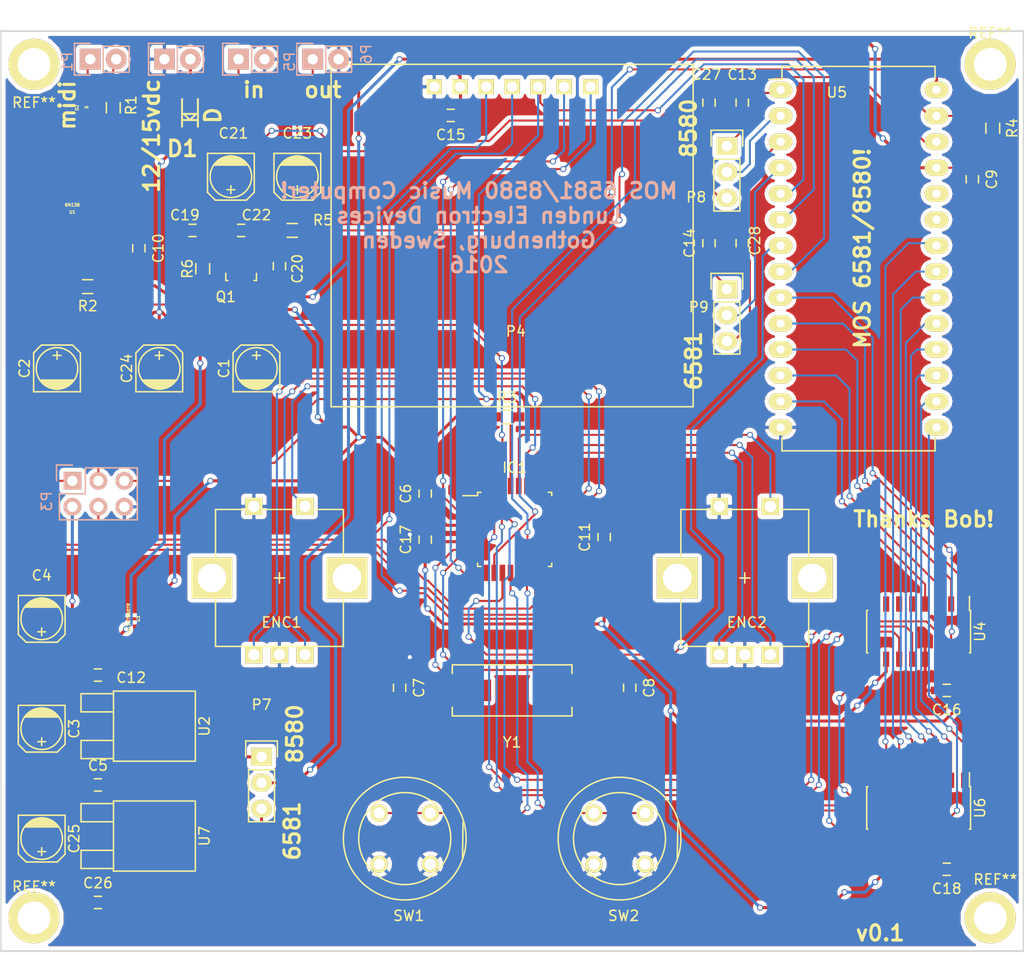
<source format=kicad_pcb>
(kicad_pcb (version 4) (host pcbnew 4.0.2-stable)
  (layers (0 F.Cu signal) (31 B.Cu signal) (34 B.Paste user) (35 F.Paste user) (36 B.SilkS user) (37 F.SilkS user) (38 B.Mask user) (39 F.Mask user) (44 Edge.Cuts user))
  (net 0 "")
  (net 1 VDD)
  (net 2 GND)
  (net 3 +9V)
  (net 4 +5V)
  (net 5 "Net-(C8-Pad2)")
  (net 6 "Net-(C13-Pad2)")
  (net 7 /audio_in)
  (net 8 "Net-(D1-Pad2)")
  (net 9 "Net-(D2-Pad1)")
  (net 10 "Net-(D2-Pad2)")
  (net 11 /sw1)
  (net 12 /enc1_a)
  (net 13 /enc1_b)
  (net 14 /sw2)
  (net 15 /enc2_a)
  (net 16 /enc2_b)
  (net 17 "Net-(IC1-Pad1)")
  (net 18 /oled_dc)
  (net 19 /oled_cs)
  (net 20 /sid_cs)
  (net 21 /sw3)
  (net 22 /sid_clk)
  (net 23 /sw4)
  (net 24 /spi_mosi)
  (net 25 /spi_miso)
  (net 26 /spi_sck)
  (net 27 /reset)
  (net 28 /midi_rx)
  (net 29 "Net-(IC1-Pad31)")
  (net 30 "Net-(IC1-Pad32)")
  (net 31 "Net-(P2-Pad2)")
  (net 32 /audio_out)
  (net 33 "Net-(U5-Pad15)")
  (net 34 "Net-(C7-Pad2)")
  (net 35 "Net-(C14-Pad1)")
  (net 36 "Net-(C20-Pad1)")
  (net 37 "Net-(C21-Pad2)")
  (net 38 "Net-(C22-Pad2)")
  (net 39 "Net-(C23-Pad2)")
  (net 40 "Net-(U4-Pad1)")
  (net 41 "Net-(U4-Pad2)")
  (net 42 "Net-(U4-Pad3)")
  (net 43 "Net-(U4-Pad4)")
  (net 44 "Net-(U4-Pad9)")
  (net 45 "Net-(U4-Pad15)")
  (net 46 "Net-(U5-Pad16)")
  (net 47 "Net-(U5-Pad17)")
  (net 48 "Net-(U5-Pad18)")
  (net 49 "Net-(U5-Pad19)")
  (net 50 "Net-(U5-Pad20)")
  (net 51 "Net-(U5-Pad21)")
  (net 52 "Net-(U5-Pad22)")
  (net 53 /sid_cap1a)
  (net 54 /sid_cap2a)
  (net 55 +12V)
  (net 56 "Net-(C27-Pad1)")
  (net 57 "Net-(C28-Pad1)")
  (net 58 /sid_vdd)
  (net 59 /sid_cap1b)
  (net 60 /sid_cap2b)
  (net 61 /sid_rw)
  (module Capacitors_SMD:c_elec_4x5.3 (layer F.Cu) (at 80 113 90)
    (fp_text reference C1 (at 0 -3.175 90) (layer F.SilkS))
    (fp_text value 47u)
    (pad 1 smd rect (at 1.80086 0 90) (size 2.60096 1.6002) (layers F.Cu F.Paste F.Mask) (net 1 VDD))
    (pad 2 smd rect (at -1.80086 0 90) (size 2.60096 1.6002) (layers F.Cu F.Paste F.Mask) (net 2 GND))
  )
  (module Capacitors_SMD:c_elec_4x5.3 (layer F.Cu) (at 60.5 113 90)
    (fp_text reference C2 (at 0 -3.175 90) (layer F.SilkS))
    (fp_text value 47u)
    (pad 1 smd rect (at 1.80086 0 90) (size 2.60096 1.6002) (layers F.Cu F.Paste F.Mask) (net 1 VDD))
    (pad 2 smd rect (at -1.80086 0 90) (size 2.60096 1.6002) (layers F.Cu F.Paste F.Mask) (net 2 GND))
  )
  (module Capacitors_SMD:c_elec_4x5.3 (layer F.Cu) (at 59 148.25 270)
    (fp_text reference C3 (at 0 -3.175 270) (layer F.SilkS))
    (fp_text value 47u)
    (pad 1 smd rect (at 1.80086 0 270) (size 2.60096 1.6002) (layers F.Cu F.Paste F.Mask) (net 3 +9V))
    (pad 2 smd rect (at -1.80086 0 270) (size 2.60096 1.6002) (layers F.Cu F.Paste F.Mask) (net 2 GND))
  )
  (module Capacitors_SMD:c_elec_4x5.3 (layer F.Cu) (at 59 137.5 270)
    (fp_text reference C4 (at -4.25 0 360) (layer F.SilkS))
    (fp_text value 47u)
    (pad 1 smd rect (at 1.80086 0 270) (size 2.60096 1.6002) (layers F.Cu F.Paste F.Mask) (net 4 +5V))
    (pad 2 smd rect (at -1.80086 0 270) (size 2.60096 1.6002) (layers F.Cu F.Paste F.Mask) (net 2 GND))
  )
  (module Capacitors_SMD:C_0603_HandSoldering (layer F.Cu) (at 64.5 153.75)
    (fp_text reference C5 (at 0 -1.9) (layer F.SilkS))
    (fp_text value 100n)
    (pad 1 smd rect (at -0.95 0) (size 1.2 0.75) (layers F.Cu F.Paste F.Mask) (net 3 +9V))
    (pad 2 smd rect (at 0.95 0) (size 1.2 0.75) (layers F.Cu F.Paste F.Mask) (net 2 GND))
  )
  (module Capacitors_SMD:C_0603_HandSoldering (layer F.Cu) (at 96.5 125.25 90)
    (fp_text reference C6 (at 0 -1.9 90) (layer F.SilkS))
    (fp_text value 100n)
    (pad 1 smd rect (at -0.95 0 90) (size 1.2 0.75) (layers F.Cu F.Paste F.Mask) (net 4 +5V))
    (pad 2 smd rect (at 0.95 0 90) (size 1.2 0.75) (layers F.Cu F.Paste F.Mask) (net 2 GND))
  )
  (module Capacitors_SMD:C_0603_HandSoldering (layer F.Cu) (at 116.5 144.25 270)
    (fp_text reference C8 (at 0 -1.9 270) (layer F.SilkS))
    (fp_text value 22p)
    (pad 1 smd rect (at -0.95 0 270) (size 1.2 0.75) (layers F.Cu F.Paste F.Mask) (net 2 GND))
    (pad 2 smd rect (at 0.95 0 270) (size 1.2 0.75) (layers F.Cu F.Paste F.Mask) (net 5 "Net-(C8-Pad2)"))
  )
  (module Capacitors_SMD:C_0603_HandSoldering (layer F.Cu) (at 150 94.5 270)
    (fp_text reference C9 (at 0 -1.9 270) (layer F.SilkS))
    (fp_text value 100n)
    (pad 1 smd rect (at -0.95 0 270) (size 1.2 0.75) (layers F.Cu F.Paste F.Mask) (net 4 +5V))
    (pad 2 smd rect (at 0.95 0 270) (size 1.2 0.75) (layers F.Cu F.Paste F.Mask) (net 2 GND))
  )
  (module Capacitors_SMD:C_0603_HandSoldering (layer F.Cu) (at 68.5 101.25 270)
    (fp_text reference C10 (at 0 -1.9 270) (layer F.SilkS))
    (fp_text value 100n)
    (pad 1 smd rect (at -0.95 0 270) (size 1.2 0.75) (layers F.Cu F.Paste F.Mask) (net 2 GND))
    (pad 2 smd rect (at 0.95 0 270) (size 1.2 0.75) (layers F.Cu F.Paste F.Mask) (net 4 +5V))
  )
  (module Capacitors_SMD:C_0603_HandSoldering (layer F.Cu) (at 64.5 143)
    (fp_text reference C12 (at 3.25 0.25) (layer F.SilkS))
    (fp_text value 100n)
    (pad 1 smd rect (at -0.95 0) (size 1.2 0.75) (layers F.Cu F.Paste F.Mask) (net 4 +5V))
    (pad 2 smd rect (at 0.95 0) (size 1.2 0.75) (layers F.Cu F.Paste F.Mask) (net 2 GND))
  )
  (module Capacitors_SMD:C_0603_HandSoldering (layer F.Cu) (at 127.5 87 270)
    (fp_text reference C13 (at -2.75 0 360) (layer F.SilkS))
    (fp_text value 22n)
    (pad 1 smd rect (at -0.95 0 270) (size 1.2 0.75) (layers F.Cu F.Paste F.Mask) (net 53 /sid_cap1a))
    (pad 2 smd rect (at 0.95 0 270) (size 1.2 0.75) (layers F.Cu F.Paste F.Mask) (net 6 "Net-(C13-Pad2)"))
  )
  (module Capacitors_SMD:C_0603_HandSoldering (layer F.Cu) (at 124.25 100.75 90)
    (fp_text reference C14 (at 0 -1.9 90) (layer F.SilkS))
    (fp_text value 22n)
    (pad 1 smd rect (at -0.95 0 90) (size 1.2 0.75) (layers F.Cu F.Paste F.Mask) (net 35 "Net-(C14-Pad1)"))
    (pad 2 smd rect (at 0.95 0 90) (size 1.2 0.75) (layers F.Cu F.Paste F.Mask) (net 54 /sid_cap2a))
  )
  (module Capacitors_SMD:C_0603_HandSoldering (layer F.Cu) (at 99 88.25 180)
    (fp_text reference C15 (at 0 -1.9 180) (layer F.SilkS))
    (fp_text value 100n)
    (pad 1 smd rect (at -0.95 0 180) (size 1.2 0.75) (layers F.Cu F.Paste F.Mask) (net 4 +5V))
    (pad 2 smd rect (at 0.95 0 180) (size 1.2 0.75) (layers F.Cu F.Paste F.Mask) (net 2 GND))
  )
  (module Capacitors_SMD:C_0603_HandSoldering (layer F.Cu) (at 147.5 144.5 180)
    (fp_text reference C16 (at 0 -1.9 180) (layer F.SilkS))
    (fp_text value 100n)
    (pad 1 smd rect (at -0.95 0 180) (size 1.2 0.75) (layers F.Cu F.Paste F.Mask) (net 4 +5V))
    (pad 2 smd rect (at 0.95 0 180) (size 1.2 0.75) (layers F.Cu F.Paste F.Mask) (net 2 GND))
  )
  (module Capacitors_SMD:C_0603_HandSoldering (layer F.Cu) (at 96.5 129.75 90)
    (fp_text reference C17 (at 0 -1.9 90) (layer F.SilkS))
    (fp_text value 100n)
    (pad 1 smd rect (at -0.95 0 90) (size 1.2 0.75) (layers F.Cu F.Paste F.Mask) (net 4 +5V))
    (pad 2 smd rect (at 0.95 0 90) (size 1.2 0.75) (layers F.Cu F.Paste F.Mask) (net 2 GND))
  )
  (module Capacitors_SMD:C_0603_HandSoldering (layer F.Cu) (at 147.5 162 180)
    (fp_text reference C18 (at 0 -1.9 180) (layer F.SilkS))
    (fp_text value 100n)
    (pad 1 smd rect (at -0.95 0 180) (size 1.2 0.75) (layers F.Cu F.Paste F.Mask) (net 4 +5V))
    (pad 2 smd rect (at 0.95 0 180) (size 1.2 0.75) (layers F.Cu F.Paste F.Mask) (net 2 GND))
  )
  (module Capacitors_SMD:C_0603_HandSoldering (layer F.Cu) (at 73.75 99.5 180)
    (fp_text reference C19 (at 0.75 1.5 180) (layer F.SilkS))
    (fp_text value 1n)
    (pad 1 smd rect (at -0.95 0 180) (size 1.2 0.75) (layers F.Cu F.Paste F.Mask) (net 7 /audio_in))
    (pad 2 smd rect (at 0.95 0 180) (size 1.2 0.75) (layers F.Cu F.Paste F.Mask) (net 2 GND))
  )
  (module Capacitors_SMD:C_0603_HandSoldering (layer F.Cu) (at 82.25 103 270)
    (fp_text reference C20 (at 0.25 -1.75 450) (layer F.SilkS))
    (fp_text value 1n)
    (pad 1 smd rect (at -0.95 0 270) (size 1.2 0.75) (layers F.Cu F.Paste F.Mask) (net 36 "Net-(C20-Pad1)"))
    (pad 2 smd rect (at 0.95 0 270) (size 1.2 0.75) (layers F.Cu F.Paste F.Mask) (net 2 GND))
  )
  (module Capacitors_SMD:C_0603_HandSoldering (layer F.Cu) (at 78.5 99.5 180)
    (fp_text reference C22 (at -1.5 1.5 180) (layer F.SilkS))
    (fp_text value 470p)
    (pad 1 smd rect (at -0.95 0 180) (size 1.2 0.75) (layers F.Cu F.Paste F.Mask) (net 36 "Net-(C20-Pad1)"))
    (pad 2 smd rect (at 0.95 0 180) (size 1.2 0.75) (layers F.Cu F.Paste F.Mask) (net 38 "Net-(C22-Pad2)"))
  )
  (module smd_diodes:SOD123 (layer F.Cu) (at 73.5 88 90)
    (fp_text reference D1 (at -3.5 -0.75 180) (layer F.SilkS) (effects (font (thickness 0.3048))))
    (fp_text value D (at -0.25 2.25 90) (layer F.SilkS) (effects (font (thickness 0.3048))))
    (pad 1 smd rect (at -1.67386 0 90) (size 0.8509 0.8509) (layers F.Cu F.Paste F.Mask) (net 1 VDD))
    (pad 2 smd rect (at 1.67386 0 90) (size 0.8509 0.8509) (layers F.Cu F.Paste F.Mask) (net 8 "Net-(D1-Pad2)"))
  )
  (module kicad-libraries3:SOD-323 (layer F.Cu) (at 63.5 87.5 90)
    (fp_text reference D2 (at 0 -1.04902 90) (layer F.SilkS) (effects (font (size 0.29972 0.29972) (thickness 0.0762))))
    (fp_text value D (at 0.0508 -0.09906 90) (layer F.SilkS) (effects (font (size 0.29972 0.29972) (thickness 0.0762))))
    (pad 1 smd rect (at -1.3208 0 90) (size 0.762 0.6858) (layers F.Cu F.Paste F.Mask) (net 9 "Net-(D2-Pad1)"))
    (pad 2 smd rect (at 1.3208 0 90) (size 0.762 0.6858) (layers F.Cu F.Paste F.Mask) (net 10 "Net-(D2-Pad2)"))
  )
  (module Zetaohm:PEC11R (layer F.Cu) (at 82.25 133.5)
    (fp_text reference ENC1 (at 0.2 4.35) (layer F.SilkS))
    (fp_text value PEC11R)
    (pad 5 thru_hole rect (at 2.5 -7) (size 1.7 1.7) (drill 1.1) (layers *.Cu *.Mask F.SilkS) (net 11 /sw1))
    (pad 4 thru_hole rect (at -2.5 -7) (size 1.7 1.7) (drill 1.1) (layers *.Cu *.Mask F.SilkS) (net 2 GND))
    (pad 1 thru_hole rect (at -2.5 7.5) (size 1.7 1.7) (drill 1.1) (layers *.Cu *.Mask F.SilkS) (net 12 /enc1_a))
    (pad 2 thru_hole rect (at 0 7.5) (size 1.7 1.7) (drill 1.1) (layers *.Cu *.Mask F.SilkS) (net 2 GND))
    (pad 3 thru_hole rect (at 2.5 7.5) (size 1.7 1.7) (drill 1.1) (layers *.Cu *.Mask F.SilkS) (net 13 /enc1_b))
    (pad "" thru_hole rect (at -6.6 0) (size 4 4) (drill 2.8) (layers *.Cu *.Mask F.SilkS))
    (pad "" thru_hole rect (at 6.6 0) (size 4 4) (drill 2.8) (layers *.Cu *.Mask F.SilkS))
  )
  (module Zetaohm:PEC11R (layer F.Cu) (at 127.75 133.5)
    (fp_text reference ENC2 (at 0.2 4.35) (layer F.SilkS))
    (fp_text value PEC11R)
    (pad 5 thru_hole rect (at 2.5 -7) (size 1.7 1.7) (drill 1.1) (layers *.Cu *.Mask F.SilkS) (net 14 /sw2))
    (pad 4 thru_hole rect (at -2.5 -7) (size 1.7 1.7) (drill 1.1) (layers *.Cu *.Mask F.SilkS) (net 2 GND))
    (pad 1 thru_hole rect (at -2.5 7.5) (size 1.7 1.7) (drill 1.1) (layers *.Cu *.Mask F.SilkS) (net 15 /enc2_a))
    (pad 2 thru_hole rect (at 0 7.5) (size 1.7 1.7) (drill 1.1) (layers *.Cu *.Mask F.SilkS) (net 2 GND))
    (pad 3 thru_hole rect (at 2.5 7.5) (size 1.7 1.7) (drill 1.1) (layers *.Cu *.Mask F.SilkS) (net 16 /enc2_b))
    (pad "" thru_hole rect (at -6.6 0) (size 4 4) (drill 2.8) (layers *.Cu *.Mask F.SilkS))
    (pad "" thru_hole rect (at 6.6 0) (size 4 4) (drill 2.8) (layers *.Cu *.Mask F.SilkS))
  )
  (module Housings_QFP:TQFP-32_7x7mm_Pitch0.8mm (layer F.Cu) (at 105.25 128.75)
    (fp_text reference IC1 (at 0 -6.05) (layer F.SilkS))
    (fp_text value ATMEGA328P-A)
    (pad 1 smd rect (at -4.25 -2.8) (size 1.6 0.55) (layers F.Cu F.Paste F.Mask) (net 17 "Net-(IC1-Pad1)"))
    (pad 2 smd rect (at -4.25 -2) (size 1.6 0.55) (layers F.Cu F.Paste F.Mask) (net 18 /oled_dc))
    (pad 3 smd rect (at -4.25 -1.2) (size 1.6 0.55) (layers F.Cu F.Paste F.Mask) (net 2 GND))
    (pad 4 smd rect (at -4.25 -0.4) (size 1.6 0.55) (layers F.Cu F.Paste F.Mask) (net 4 +5V))
    (pad 5 smd rect (at -4.25 0.4) (size 1.6 0.55) (layers F.Cu F.Paste F.Mask) (net 2 GND))
    (pad 6 smd rect (at -4.25 1.2) (size 1.6 0.55) (layers F.Cu F.Paste F.Mask) (net 4 +5V))
    (pad 7 smd rect (at -4.25 2) (size 1.6 0.55) (layers F.Cu F.Paste F.Mask) (net 34 "Net-(C7-Pad2)"))
    (pad 8 smd rect (at -4.25 2.8) (size 1.6 0.55) (layers F.Cu F.Paste F.Mask) (net 5 "Net-(C8-Pad2)"))
    (pad 9 smd rect (at -2.8 4.25 90) (size 1.6 0.55) (layers F.Cu F.Paste F.Mask) (net 19 /oled_cs))
    (pad 10 smd rect (at -2 4.25 90) (size 1.6 0.55) (layers F.Cu F.Paste F.Mask) (net 20 /sid_cs))
    (pad 11 smd rect (at -1.2 4.25 90) (size 1.6 0.55) (layers F.Cu F.Paste F.Mask) (net 61 /sid_rw))
    (pad 12 smd rect (at -0.4 4.25 90) (size 1.6 0.55) (layers F.Cu F.Paste F.Mask) (net 21 /sw3))
    (pad 13 smd rect (at 0.4 4.25 90) (size 1.6 0.55) (layers F.Cu F.Paste F.Mask) (net 22 /sid_clk))
    (pad 14 smd rect (at 1.2 4.25 90) (size 1.6 0.55) (layers F.Cu F.Paste F.Mask) (net 23 /sw4))
    (pad 15 smd rect (at 2 4.25 90) (size 1.6 0.55) (layers F.Cu F.Paste F.Mask) (net 24 /spi_mosi))
    (pad 16 smd rect (at 2.8 4.25 90) (size 1.6 0.55) (layers F.Cu F.Paste F.Mask) (net 25 /spi_miso))
    (pad 17 smd rect (at 4.25 2.8) (size 1.6 0.55) (layers F.Cu F.Paste F.Mask) (net 26 /spi_sck))
    (pad 18 smd rect (at 4.25 2) (size 1.6 0.55) (layers F.Cu F.Paste F.Mask) (net 4 +5V))
    (pad 19 smd rect (at 4.25 1.2) (size 1.6 0.55) (layers F.Cu F.Paste F.Mask))
    (pad 20 smd rect (at 4.25 0.4) (size 1.6 0.55) (layers F.Cu F.Paste F.Mask))
    (pad 21 smd rect (at 4.25 -0.4) (size 1.6 0.55) (layers F.Cu F.Paste F.Mask) (net 2 GND))
    (pad 22 smd rect (at 4.25 -1.2) (size 1.6 0.55) (layers F.Cu F.Paste F.Mask))
    (pad 23 smd rect (at 4.25 -2) (size 1.6 0.55) (layers F.Cu F.Paste F.Mask) (net 12 /enc1_a))
    (pad 24 smd rect (at 4.25 -2.8) (size 1.6 0.55) (layers F.Cu F.Paste F.Mask) (net 13 /enc1_b))
    (pad 25 smd rect (at 2.8 -4.25 90) (size 1.6 0.55) (layers F.Cu F.Paste F.Mask) (net 15 /enc2_a))
    (pad 26 smd rect (at 2 -4.25 90) (size 1.6 0.55) (layers F.Cu F.Paste F.Mask) (net 16 /enc2_b))
    (pad 27 smd rect (at 1.2 -4.25 90) (size 1.6 0.55) (layers F.Cu F.Paste F.Mask) (net 11 /sw1))
    (pad 28 smd rect (at 0.4 -4.25 90) (size 1.6 0.55) (layers F.Cu F.Paste F.Mask) (net 14 /sw2))
    (pad 29 smd rect (at -0.4 -4.25 90) (size 1.6 0.55) (layers F.Cu F.Paste F.Mask) (net 27 /reset))
    (pad 30 smd rect (at -1.2 -4.25 90) (size 1.6 0.55) (layers F.Cu F.Paste F.Mask) (net 28 /midi_rx))
    (pad 31 smd rect (at -2 -4.25 90) (size 1.6 0.55) (layers F.Cu F.Paste F.Mask) (net 29 "Net-(IC1-Pad31)"))
    (pad 32 smd rect (at -2.8 -4.25 90) (size 1.6 0.55) (layers F.Cu F.Paste F.Mask) (net 30 "Net-(IC1-Pad32)"))
  )
  (module Pin_Headers:Pin_Header_Straight_1x02 (layer B.Cu) (at 71 82.75 270)
    (fp_text reference P1 (at 0.25 9.5 450) (layer B.SilkS) (effects (justify mirror)))
    (fp_text value Power)
    (pad 1 thru_hole rect (at 0 0 270) (size 2.032 2.032) (drill 1.016) (layers *.Cu *.Mask B.SilkS) (net 2 GND))
    (pad 2 thru_hole oval (at 0 -2.54 270) (size 2.032 2.032) (drill 1.016) (layers *.Cu *.Mask B.SilkS) (net 8 "Net-(D1-Pad2)"))
  )
  (module Pin_Headers:Pin_Header_Straight_1x02 (layer B.Cu) (at 63.75 82.75 270)
    (fp_text reference P2 (at 0 5.1 270) (layer B.SilkS) (effects (justify mirror)))
    (fp_text value midi_connector)
    (pad 1 thru_hole rect (at 0 0 270) (size 2.032 2.032) (drill 1.016) (layers *.Cu *.Mask B.SilkS) (net 10 "Net-(D2-Pad2)"))
    (pad 2 thru_hole oval (at 0 -2.54 270) (size 2.032 2.032) (drill 1.016) (layers *.Cu *.Mask B.SilkS) (net 31 "Net-(P2-Pad2)"))
  )
  (module Pin_Headers:Pin_Header_Straight_2x03 (layer B.Cu) (at 62 124 270)
    (fp_text reference P3 (at 2 2.5 270) (layer B.SilkS) (effects (justify mirror)))
    (fp_text value icsp)
    (pad 1 thru_hole rect (at 0 0 270) (size 1.7272 1.7272) (drill 1.016) (layers *.Cu *.Mask B.SilkS) (net 25 /spi_miso))
    (pad 2 thru_hole oval (at 2.54 0 270) (size 1.7272 1.7272) (drill 1.016) (layers *.Cu *.Mask B.SilkS) (net 4 +5V))
    (pad 3 thru_hole oval (at 0 -2.54 270) (size 1.7272 1.7272) (drill 1.016) (layers *.Cu *.Mask B.SilkS) (net 26 /spi_sck))
    (pad 4 thru_hole oval (at 2.54 -2.54 270) (size 1.7272 1.7272) (drill 1.016) (layers *.Cu *.Mask B.SilkS) (net 24 /spi_mosi))
    (pad 5 thru_hole oval (at 0 -5.08 270) (size 1.7272 1.7272) (drill 1.016) (layers *.Cu *.Mask B.SilkS) (net 27 /reset))
    (pad 6 thru_hole oval (at 2.54 -5.08 270) (size 1.7272 1.7272) (drill 1.016) (layers *.Cu *.Mask B.SilkS) (net 2 GND))
  )
  (module Pin_Headers:Pin_Header_Straight_1x02 (layer B.Cu) (at 85.5 82.75 270)
    (fp_text reference P6 (at -0.5 -5.25 450) (layer B.SilkS) (effects (justify mirror)))
    (fp_text value audio_out_jack)
    (pad 1 thru_hole rect (at 0 0 270) (size 2.032 2.032) (drill 1.016) (layers *.Cu *.Mask B.SilkS) (net 39 "Net-(C23-Pad2)"))
    (pad 2 thru_hole oval (at 0 -2.54 270) (size 2.032 2.032) (drill 1.016) (layers *.Cu *.Mask B.SilkS) (net 2 GND))
  )
  (module TO_SOT_Packages_SMD:SOT-23_Handsoldering (layer F.Cu) (at 78.5 103.75 180)
    (fp_text reference Q1 (at 1.5 -2.25 180) (layer F.SilkS))
    (fp_text value MMBT3904)
    (pad 1 smd rect (at -0.95 1.50114 180) (size 0.8001 1.80086) (layers F.Cu F.Paste F.Mask) (net 36 "Net-(C20-Pad1)"))
    (pad 2 smd rect (at 0.95 1.50114 180) (size 0.8001 1.80086) (layers F.Cu F.Paste F.Mask) (net 38 "Net-(C22-Pad2)"))
    (pad 3 smd rect (at 0 -1.50114 180) (size 0.8001 1.80086) (layers F.Cu F.Paste F.Mask) (net 58 /sid_vdd))
  )
  (module Resistors_SMD:R_0603_HandSoldering (layer F.Cu) (at 66 87.5 90)
    (fp_text reference R1 (at 0.25 1.75 90) (layer F.SilkS))
    (fp_text value 220)
    (pad 1 smd rect (at -1.1 0 90) (size 1.2 0.9) (layers F.Cu F.Paste F.Mask) (net 9 "Net-(D2-Pad1)"))
    (pad 2 smd rect (at 1.1 0 90) (size 1.2 0.9) (layers F.Cu F.Paste F.Mask) (net 31 "Net-(P2-Pad2)"))
  )
  (module Resistors_SMD:R_0603_HandSoldering (layer F.Cu) (at 63.5 105 180)
    (fp_text reference R2 (at 0 -1.9 180) (layer F.SilkS))
    (fp_text value 10k)
    (pad 1 smd rect (at -1.1 0 180) (size 1.2 0.9) (layers F.Cu F.Paste F.Mask) (net 4 +5V))
    (pad 2 smd rect (at 1.1 0 180) (size 1.2 0.9) (layers F.Cu F.Paste F.Mask) (net 28 /midi_rx))
  )
  (module Resistors_SMD:R_0603_HandSoldering (layer F.Cu) (at 104.5 117.75)
    (fp_text reference R3 (at 0 -1.9) (layer F.SilkS))
    (fp_text value 10k)
    (pad 1 smd rect (at -1.1 0) (size 1.2 0.9) (layers F.Cu F.Paste F.Mask) (net 4 +5V))
    (pad 2 smd rect (at 1.1 0) (size 1.2 0.9) (layers F.Cu F.Paste F.Mask) (net 27 /reset))
  )
  (module Resistors_SMD:R_0603_HandSoldering (layer F.Cu) (at 152 89.5 270)
    (fp_text reference R4 (at 0 -1.9 270) (layer F.SilkS))
    (fp_text value 1k)
    (pad 1 smd rect (at -1.1 0 270) (size 1.2 0.9) (layers F.Cu F.Paste F.Mask) (net 32 /audio_out))
    (pad 2 smd rect (at 1.1 0 270) (size 1.2 0.9) (layers F.Cu F.Paste F.Mask) (net 2 GND))
  )
  (module Resistors_SMD:R_0603_HandSoldering (layer F.Cu) (at 83.5 99.5)
    (fp_text reference R5 (at 3 -1) (layer F.SilkS))
    (fp_text value 10k)
    (pad 1 smd rect (at -1.1 0) (size 1.2 0.9) (layers F.Cu F.Paste F.Mask) (net 36 "Net-(C20-Pad1)"))
    (pad 2 smd rect (at 1.1 0) (size 1.2 0.9) (layers F.Cu F.Paste F.Mask) (net 32 /audio_out))
  )
  (module Resistors_SMD:R_0603_HandSoldering (layer F.Cu) (at 74.75 103.25 270)
    (fp_text reference R6 (at 0 1.5 270) (layer F.SilkS))
    (fp_text value 1k)
    (pad 1 smd rect (at -1.1 0 270) (size 1.2 0.9) (layers F.Cu F.Paste F.Mask) (net 38 "Net-(C22-Pad2)"))
    (pad 2 smd rect (at 1.1 0 270) (size 1.2 0.9) (layers F.Cu F.Paste F.Mask) (net 2 GND))
  )
  (module kicad-libraries3:SMD-8 (layer F.Cu) (at 62 97)
    (fp_text reference U1 (at 0 0.7) (layer F.SilkS) (effects (font (size 0.3 0.3) (thickness 0.075))))
    (fp_text value 6N136 (at 0 0) (layer F.SilkS) (effects (font (size 0.3 0.3) (thickness 0.075))))
    (pad 1 smd rect (at 3.81 -5) (size 1.78 2) (layers F.Cu F.Paste F.Mask))
    (pad 2 smd rect (at 1.27 -5) (size 1.78 2) (layers F.Cu F.Paste F.Mask) (net 9 "Net-(D2-Pad1)"))
    (pad 3 smd rect (at -1.27 -5) (size 1.78 2) (layers F.Cu F.Paste F.Mask) (net 10 "Net-(D2-Pad2)"))
    (pad 4 smd rect (at -3.81 -5) (size 1.78 2) (layers F.Cu F.Paste F.Mask))
    (pad 5 smd rect (at -3.81 5) (size 1.78 2) (layers F.Cu F.Paste F.Mask) (net 2 GND))
    (pad 6 smd rect (at -1.27 5) (size 1.78 2) (layers F.Cu F.Paste F.Mask) (net 28 /midi_rx))
    (pad 7 smd rect (at 1.27 5) (size 1.78 2) (layers F.Cu F.Paste F.Mask))
    (pad 8 smd rect (at 3.81 5) (size 1.78 2) (layers F.Cu F.Paste F.Mask) (net 4 +5V))
  )
  (module kicad-libraries3:SOT-223 (layer F.Cu) (at 67.5 137.5 270)
    (fp_text reference U3 (at 0 -0.94996 270) (layer F.SilkS) (effects (font (size 0.29972 0.29972) (thickness 0.0762))))
    (fp_text value LD1117S50TR (at 0 0 270) (layer F.SilkS) (effects (font (size 0.29972 0.29972) (thickness 0.0762))))
    (pad 1 smd rect (at -2.30124 3.0988 270) (size 1.30048 2.4003) (layers F.Cu F.Paste F.Mask) (net 2 GND))
    (pad 2 smd rect (at 0 3.0988 270) (size 1.30048 2.4003) (layers F.Cu F.Paste F.Mask) (net 4 +5V))
    (pad 3 smd rect (at 2.30124 3.0988 270) (size 1.30048 2.4003) (layers F.Cu F.Paste F.Mask) (net 1 VDD))
    (pad 2 smd rect (at 0 -3.0988 270) (size 3.59918 2.19964) (layers F.Cu F.Paste F.Mask) (net 4 +5V))
  )
  (module Crystals:Crystal_HC49-SD_SMD (layer F.Cu) (at 105 144.5 180)
    (fp_text reference Y1 (at 0 -5.08 180) (layer F.SilkS))
    (fp_text value Crystal)
    (pad 1 smd rect (at -4.84886 0 180) (size 5.6007 2.10058) (layers F.Cu F.Paste F.Mask) (net 5 "Net-(C8-Pad2)"))
    (pad 2 smd rect (at 4.84886 0 180) (size 5.6007 2.10058) (layers F.Cu F.Paste F.Mask) (net 34 "Net-(C7-Pad2)"))
  )
  (module TO_SOT_Packages_SMD:TO-252-2Lead (layer F.Cu) (at 64.5 148 270)
    (fp_text reference U2 (at 0 -10.414 270) (layer F.SilkS))
    (fp_text value LM7809CT)
    (pad 1 smd rect (at -2.286 0 270) (size 1.651 3.048) (layers F.Cu F.Paste F.Mask) (net 1 VDD))
    (pad 2 smd rect (at 0 -6.35 270) (size 6.096 6.096) (layers F.Cu F.Paste F.Mask) (net 2 GND))
    (pad 3 smd rect (at 2.286 0 270) (size 1.651 3.048) (layers F.Cu F.Paste F.Mask) (net 3 +9V))
  )
  (module Capacitors_SMD:C_0603_HandSoldering (layer F.Cu) (at 94 144.25 270)
    (fp_text reference C7 (at 0 -1.9 270) (layer F.SilkS))
    (fp_text value 22p)
    (pad 1 smd rect (at -0.95 0 270) (size 1.2 0.75) (layers F.Cu F.Paste F.Mask) (net 2 GND))
    (pad 2 smd rect (at 0.95 0 270) (size 1.2 0.75) (layers F.Cu F.Paste F.Mask) (net 34 "Net-(C7-Pad2)"))
  )
  (module Capacitors_SMD:C_0603_HandSoldering (layer F.Cu) (at 114 129.5 90)
    (fp_text reference C11 (at 0 -1.9 90) (layer F.SilkS))
    (fp_text value 100n)
    (pad 1 smd rect (at -0.95 0 90) (size 1.2 0.75) (layers F.Cu F.Paste F.Mask) (net 4 +5V))
    (pad 2 smd rect (at 0.95 0 90) (size 1.2 0.75) (layers F.Cu F.Paste F.Mask) (net 2 GND))
  )
  (module Capacitors_SMD:c_elec_4x5.3 (layer F.Cu) (at 77.5 94.25 270)
    (fp_text reference C21 (at -4.25 -0.25 360) (layer F.SilkS))
    (fp_text value 1u)
    (pad 1 smd rect (at 1.80086 0 270) (size 2.60096 1.6002) (layers F.Cu F.Paste F.Mask) (net 7 /audio_in))
    (pad 2 smd rect (at -1.80086 0 270) (size 2.60096 1.6002) (layers F.Cu F.Paste F.Mask) (net 37 "Net-(C21-Pad2)"))
  )
  (module Capacitors_SMD:c_elec_4x5.3 (layer F.Cu) (at 84 94.25 270)
    (fp_text reference C23 (at -4.25 0 360) (layer F.SilkS))
    (fp_text value 10u)
    (pad 1 smd rect (at 1.80086 0 270) (size 2.60096 1.6002) (layers F.Cu F.Paste F.Mask) (net 38 "Net-(C22-Pad2)"))
    (pad 2 smd rect (at -1.80086 0 270) (size 2.60096 1.6002) (layers F.Cu F.Paste F.Mask) (net 39 "Net-(C23-Pad2)"))
  )
  (module Zetaohm:OLED_SH1106 (layer F.Cu) (at 105 100)
    (fp_text reference P4 (at 0.36 9.38) (layer F.SilkS))
    (fp_text value "OLED SH1106")
    (pad 1 thru_hole rect (at -7.62 -14.55) (size 1.5 1.5) (drill 1.016) (layers *.Cu *.Mask F.SilkS) (net 2 GND))
    (pad 2 thru_hole rect (at -5.08 -14.55) (size 1.5 1.5) (drill 1.016) (layers *.Cu *.Mask F.SilkS) (net 4 +5V))
    (pad 3 thru_hole rect (at -2.54 -14.55) (size 1.5 1.5) (drill 1.016) (layers *.Cu *.Mask F.SilkS) (net 26 /spi_sck))
    (pad 4 thru_hole rect (at 0 -14.55) (size 1.5 1.5) (drill 1.016) (layers *.Cu *.Mask F.SilkS) (net 24 /spi_mosi))
    (pad 5 thru_hole rect (at 2.54 -14.55) (size 1.5 1.5) (drill 1.016) (layers *.Cu *.Mask F.SilkS) (net 27 /reset))
    (pad 6 thru_hole rect (at 5.08 -14.55) (size 1.5 1.5) (drill 1.016) (layers *.Cu *.Mask F.SilkS) (net 18 /oled_dc))
    (pad 7 thru_hole rect (at 7.68 -14.55) (size 1.5 1.5) (drill 1.016) (layers *.Cu *.Mask F.SilkS) (net 19 /oled_cs))
  )
  (module Pin_Headers:Pin_Header_Straight_1x02 (layer B.Cu) (at 78.25 82.75 270)
    (fp_text reference P5 (at 0.25 -5 270) (layer B.SilkS) (effects (justify mirror)))
    (fp_text value audio_in_jack)
    (pad 1 thru_hole rect (at 0 0 270) (size 2.032 2.032) (drill 1.016) (layers *.Cu *.Mask B.SilkS) (net 37 "Net-(C21-Pad2)"))
    (pad 2 thru_hole oval (at 0 -2.54 270) (size 2.032 2.032) (drill 1.016) (layers *.Cu *.Mask B.SilkS) (net 2 GND))
  )
  (module Housings_SOIC:SOIC-16_3.9x9.9mm_Pitch1.27mm (layer F.Cu) (at 144.75 138.75 270)
    (fp_text reference U4 (at 0 -6 270) (layer F.SilkS))
    (fp_text value 74HC595)
    (pad 1 smd rect (at -2.7 -4.445 270) (size 1.5 0.6) (layers F.Cu F.Paste F.Mask) (net 40 "Net-(U4-Pad1)"))
    (pad 2 smd rect (at -2.7 -3.175 270) (size 1.5 0.6) (layers F.Cu F.Paste F.Mask) (net 41 "Net-(U4-Pad2)"))
    (pad 3 smd rect (at -2.7 -1.905 270) (size 1.5 0.6) (layers F.Cu F.Paste F.Mask) (net 42 "Net-(U4-Pad3)"))
    (pad 4 smd rect (at -2.7 -0.635 270) (size 1.5 0.6) (layers F.Cu F.Paste F.Mask) (net 43 "Net-(U4-Pad4)"))
    (pad 5 smd rect (at -2.7 0.635 270) (size 1.5 0.6) (layers F.Cu F.Paste F.Mask))
    (pad 6 smd rect (at -2.7 1.905 270) (size 1.5 0.6) (layers F.Cu F.Paste F.Mask))
    (pad 7 smd rect (at -2.7 3.175 270) (size 1.5 0.6) (layers F.Cu F.Paste F.Mask))
    (pad 8 smd rect (at -2.7 4.445 270) (size 1.5 0.6) (layers F.Cu F.Paste F.Mask) (net 2 GND))
    (pad 9 smd rect (at 2.7 4.445 270) (size 1.5 0.6) (layers F.Cu F.Paste F.Mask) (net 44 "Net-(U4-Pad9)"))
    (pad 10 smd rect (at 2.7 3.175 270) (size 1.5 0.6) (layers F.Cu F.Paste F.Mask) (net 4 +5V))
    (pad 11 smd rect (at 2.7 1.905 270) (size 1.5 0.6) (layers F.Cu F.Paste F.Mask) (net 30 "Net-(IC1-Pad32)"))
    (pad 12 smd rect (at 2.7 0.635 270) (size 1.5 0.6) (layers F.Cu F.Paste F.Mask) (net 17 "Net-(IC1-Pad1)"))
    (pad 13 smd rect (at 2.7 -0.635 270) (size 1.5 0.6) (layers F.Cu F.Paste F.Mask) (net 2 GND))
    (pad 14 smd rect (at 2.7 -1.905 270) (size 1.5 0.6) (layers F.Cu F.Paste F.Mask) (net 29 "Net-(IC1-Pad31)"))
    (pad 15 smd rect (at 2.7 -3.175 270) (size 1.5 0.6) (layers F.Cu F.Paste F.Mask) (net 45 "Net-(U4-Pad15)"))
    (pad 16 smd rect (at 2.7 -4.445 270) (size 1.5 0.6) (layers F.Cu F.Paste F.Mask) (net 4 +5V))
  )
  (module Housings_DIP:DIP-28_W15.24mm_LongPads (layer F.Cu) (at 131.25 85.75)
    (fp_text reference U5 (at 5.5 0.25) (layer F.SilkS))
    (fp_text value sid8580)
    (pad 1 thru_hole oval (at 0 0) (size 2.3 1.6) (drill 0.8) (layers *.Cu *.Mask F.SilkS) (net 53 /sid_cap1a))
    (pad 2 thru_hole oval (at 0 2.54) (size 2.3 1.6) (drill 0.8) (layers *.Cu *.Mask F.SilkS) (net 59 /sid_cap1b))
    (pad 3 thru_hole oval (at 0 5.08) (size 2.3 1.6) (drill 0.8) (layers *.Cu *.Mask F.SilkS) (net 54 /sid_cap2a))
    (pad 4 thru_hole oval (at 0 7.62) (size 2.3 1.6) (drill 0.8) (layers *.Cu *.Mask F.SilkS) (net 60 /sid_cap2b))
    (pad 5 thru_hole oval (at 0 10.16) (size 2.3 1.6) (drill 0.8) (layers *.Cu *.Mask F.SilkS) (net 27 /reset))
    (pad 6 thru_hole oval (at 0 12.7) (size 2.3 1.6) (drill 0.8) (layers *.Cu *.Mask F.SilkS) (net 22 /sid_clk))
    (pad 7 thru_hole oval (at 0 15.24) (size 2.3 1.6) (drill 0.8) (layers *.Cu *.Mask F.SilkS) (net 61 /sid_rw))
    (pad 8 thru_hole oval (at 0 17.78) (size 2.3 1.6) (drill 0.8) (layers *.Cu *.Mask F.SilkS) (net 20 /sid_cs))
    (pad 9 thru_hole oval (at 0 20.32) (size 2.3 1.6) (drill 0.8) (layers *.Cu *.Mask F.SilkS) (net 45 "Net-(U4-Pad15)"))
    (pad 10 thru_hole oval (at 0 22.86) (size 2.3 1.6) (drill 0.8) (layers *.Cu *.Mask F.SilkS) (net 40 "Net-(U4-Pad1)"))
    (pad 11 thru_hole oval (at 0 25.4) (size 2.3 1.6) (drill 0.8) (layers *.Cu *.Mask F.SilkS) (net 41 "Net-(U4-Pad2)"))
    (pad 12 thru_hole oval (at 0 27.94) (size 2.3 1.6) (drill 0.8) (layers *.Cu *.Mask F.SilkS) (net 42 "Net-(U4-Pad3)"))
    (pad 13 thru_hole oval (at 0 30.48) (size 2.3 1.6) (drill 0.8) (layers *.Cu *.Mask F.SilkS) (net 43 "Net-(U4-Pad4)"))
    (pad 14 thru_hole oval (at 0 33.02) (size 2.3 1.6) (drill 0.8) (layers *.Cu *.Mask F.SilkS) (net 2 GND))
    (pad 15 thru_hole oval (at 15.24 33.02) (size 2.3 1.6) (drill 0.8) (layers *.Cu *.Mask F.SilkS) (net 33 "Net-(U5-Pad15)"))
    (pad 16 thru_hole oval (at 15.24 30.48) (size 2.3 1.6) (drill 0.8) (layers *.Cu *.Mask F.SilkS) (net 46 "Net-(U5-Pad16)"))
    (pad 17 thru_hole oval (at 15.24 27.94) (size 2.3 1.6) (drill 0.8) (layers *.Cu *.Mask F.SilkS) (net 47 "Net-(U5-Pad17)"))
    (pad 18 thru_hole oval (at 15.24 25.4) (size 2.3 1.6) (drill 0.8) (layers *.Cu *.Mask F.SilkS) (net 48 "Net-(U5-Pad18)"))
    (pad 19 thru_hole oval (at 15.24 22.86) (size 2.3 1.6) (drill 0.8) (layers *.Cu *.Mask F.SilkS) (net 49 "Net-(U5-Pad19)"))
    (pad 20 thru_hole oval (at 15.24 20.32) (size 2.3 1.6) (drill 0.8) (layers *.Cu *.Mask F.SilkS) (net 50 "Net-(U5-Pad20)"))
    (pad 21 thru_hole oval (at 15.24 17.78) (size 2.3 1.6) (drill 0.8) (layers *.Cu *.Mask F.SilkS) (net 51 "Net-(U5-Pad21)"))
    (pad 22 thru_hole oval (at 15.24 15.24) (size 2.3 1.6) (drill 0.8) (layers *.Cu *.Mask F.SilkS) (net 52 "Net-(U5-Pad22)"))
    (pad 23 thru_hole oval (at 15.24 12.7) (size 2.3 1.6) (drill 0.8) (layers *.Cu *.Mask F.SilkS))
    (pad 24 thru_hole oval (at 15.24 10.16) (size 2.3 1.6) (drill 0.8) (layers *.Cu *.Mask F.SilkS))
    (pad 25 thru_hole oval (at 15.24 7.62) (size 2.3 1.6) (drill 0.8) (layers *.Cu *.Mask F.SilkS) (net 4 +5V))
    (pad 26 thru_hole oval (at 15.24 5.08) (size 2.3 1.6) (drill 0.8) (layers *.Cu *.Mask F.SilkS) (net 7 /audio_in))
    (pad 27 thru_hole oval (at 15.24 2.54) (size 2.3 1.6) (drill 0.8) (layers *.Cu *.Mask F.SilkS) (net 32 /audio_out))
    (pad 28 thru_hole oval (at 15.24 0) (size 2.3 1.6) (drill 0.8) (layers *.Cu *.Mask F.SilkS) (net 58 /sid_vdd))
  )
  (module Housings_SOIC:SOIC-16_3.9x9.9mm_Pitch1.27mm (layer F.Cu) (at 144.75 156 270)
    (fp_text reference U6 (at 0 -6 270) (layer F.SilkS))
    (fp_text value 74HC595)
    (pad 1 smd rect (at -2.7 -4.445 270) (size 1.5 0.6) (layers F.Cu F.Paste F.Mask) (net 46 "Net-(U5-Pad16)"))
    (pad 2 smd rect (at -2.7 -3.175 270) (size 1.5 0.6) (layers F.Cu F.Paste F.Mask) (net 47 "Net-(U5-Pad17)"))
    (pad 3 smd rect (at -2.7 -1.905 270) (size 1.5 0.6) (layers F.Cu F.Paste F.Mask) (net 48 "Net-(U5-Pad18)"))
    (pad 4 smd rect (at -2.7 -0.635 270) (size 1.5 0.6) (layers F.Cu F.Paste F.Mask) (net 49 "Net-(U5-Pad19)"))
    (pad 5 smd rect (at -2.7 0.635 270) (size 1.5 0.6) (layers F.Cu F.Paste F.Mask) (net 50 "Net-(U5-Pad20)"))
    (pad 6 smd rect (at -2.7 1.905 270) (size 1.5 0.6) (layers F.Cu F.Paste F.Mask) (net 51 "Net-(U5-Pad21)"))
    (pad 7 smd rect (at -2.7 3.175 270) (size 1.5 0.6) (layers F.Cu F.Paste F.Mask) (net 52 "Net-(U5-Pad22)"))
    (pad 8 smd rect (at -2.7 4.445 270) (size 1.5 0.6) (layers F.Cu F.Paste F.Mask) (net 2 GND))
    (pad 9 smd rect (at 2.7 4.445 270) (size 1.5 0.6) (layers F.Cu F.Paste F.Mask))
    (pad 10 smd rect (at 2.7 3.175 270) (size 1.5 0.6) (layers F.Cu F.Paste F.Mask) (net 4 +5V))
    (pad 11 smd rect (at 2.7 1.905 270) (size 1.5 0.6) (layers F.Cu F.Paste F.Mask) (net 30 "Net-(IC1-Pad32)"))
    (pad 12 smd rect (at 2.7 0.635 270) (size 1.5 0.6) (layers F.Cu F.Paste F.Mask) (net 17 "Net-(IC1-Pad1)"))
    (pad 13 smd rect (at 2.7 -0.635 270) (size 1.5 0.6) (layers F.Cu F.Paste F.Mask) (net 2 GND))
    (pad 14 smd rect (at 2.7 -1.905 270) (size 1.5 0.6) (layers F.Cu F.Paste F.Mask) (net 44 "Net-(U4-Pad9)"))
    (pad 15 smd rect (at 2.7 -3.175 270) (size 1.5 0.6) (layers F.Cu F.Paste F.Mask) (net 33 "Net-(U5-Pad15)"))
    (pad 16 smd rect (at 2.7 -4.445 270) (size 1.5 0.6) (layers F.Cu F.Paste F.Mask) (net 4 +5V))
  )
  (module Zetaohm:SWITCH_CK (layer F.Cu) (at 94.5 159)
    (fp_text reference SW1 (at 0.4 7.55) (layer F.SilkS))
    (fp_text value round_switch)
    (pad 2 thru_hole circle (at -2.5 -2.5) (size 1.7 1.7) (drill 1.1) (layers *.Cu *.Mask F.SilkS) (net 21 /sw3))
    (pad 1 thru_hole circle (at 2.5 -2.5) (size 1.7 1.7) (drill 1.1) (layers *.Cu *.Mask F.SilkS) (net 21 /sw3))
    (pad 4 thru_hole circle (at -2.5 2.5) (size 1.7 1.7) (drill 1.1) (layers *.Cu *.Mask F.SilkS) (net 2 GND))
    (pad 3 thru_hole circle (at 2.5 2.5) (size 1.7 1.7) (drill 1.1) (layers *.Cu *.Mask F.SilkS) (net 2 GND))
  )
  (module Zetaohm:SWITCH_CK (layer F.Cu) (at 115.5 159)
    (fp_text reference SW2 (at 0.4 7.55) (layer F.SilkS))
    (fp_text value round_switch)
    (pad 2 thru_hole circle (at -2.5 -2.5) (size 1.7 1.7) (drill 1.1) (layers *.Cu *.Mask F.SilkS) (net 23 /sw4))
    (pad 1 thru_hole circle (at 2.5 -2.5) (size 1.7 1.7) (drill 1.1) (layers *.Cu *.Mask F.SilkS) (net 23 /sw4))
    (pad 4 thru_hole circle (at -2.5 2.5) (size 1.7 1.7) (drill 1.1) (layers *.Cu *.Mask F.SilkS) (net 2 GND))
    (pad 3 thru_hole circle (at 2.5 2.5) (size 1.7 1.7) (drill 1.1) (layers *.Cu *.Mask F.SilkS) (net 2 GND))
  )
  (module Capacitors_SMD:c_elec_4x5.3 (layer F.Cu) (at 70.5 113 90)
    (fp_text reference C24 (at 0 -3.175 90) (layer F.SilkS))
    (fp_text value 47u)
    (pad 1 smd rect (at 1.80086 0 90) (size 2.60096 1.6002) (layers F.Cu F.Paste F.Mask) (net 1 VDD))
    (pad 2 smd rect (at -1.80086 0 90) (size 2.60096 1.6002) (layers F.Cu F.Paste F.Mask) (net 2 GND))
  )
  (module Capacitors_SMD:c_elec_4x5.3 (layer F.Cu) (at 59 159 270)
    (fp_text reference C25 (at 0 -3.175 270) (layer F.SilkS))
    (fp_text value 47u)
    (pad 1 smd rect (at 1.80086 0 270) (size 2.60096 1.6002) (layers F.Cu F.Paste F.Mask) (net 55 +12V))
    (pad 2 smd rect (at -1.80086 0 270) (size 2.60096 1.6002) (layers F.Cu F.Paste F.Mask) (net 2 GND))
  )
  (module Capacitors_SMD:C_0603_HandSoldering (layer F.Cu) (at 64.5 165.25)
    (fp_text reference C26 (at 0 -1.9) (layer F.SilkS))
    (fp_text value 100n)
    (pad 1 smd rect (at -0.95 0) (size 1.2 0.75) (layers F.Cu F.Paste F.Mask) (net 55 +12V))
    (pad 2 smd rect (at 0.95 0) (size 1.2 0.75) (layers F.Cu F.Paste F.Mask) (net 2 GND))
  )
  (module Capacitors_SMD:C_0603_HandSoldering (layer F.Cu) (at 124.25 87 90)
    (fp_text reference C27 (at 2.75 -0.25 180) (layer F.SilkS))
    (fp_text value 470p)
    (pad 1 smd rect (at -0.95 0 90) (size 1.2 0.75) (layers F.Cu F.Paste F.Mask) (net 56 "Net-(C27-Pad1)"))
    (pad 2 smd rect (at 0.95 0 90) (size 1.2 0.75) (layers F.Cu F.Paste F.Mask) (net 53 /sid_cap1a))
  )
  (module Capacitors_SMD:C_0603_HandSoldering (layer F.Cu) (at 127.5 100.75 90)
    (fp_text reference C28 (at 0.25 1.25 90) (layer F.SilkS))
    (fp_text value 470p)
    (pad 1 smd rect (at -0.95 0 90) (size 1.2 0.75) (layers F.Cu F.Paste F.Mask) (net 57 "Net-(C28-Pad1)"))
    (pad 2 smd rect (at 0.95 0 90) (size 1.2 0.75) (layers F.Cu F.Paste F.Mask) (net 54 /sid_cap2a))
  )
  (module Pin_Headers:Pin_Header_Straight_1x03 (layer F.Cu) (at 80.5 151)
    (fp_text reference P7 (at 0 -5.1) (layer F.SilkS))
    (fp_text value pwr_jpr)
    (pad 1 thru_hole rect (at 0 0) (size 2.032 1.7272) (drill 1.016) (layers *.Cu *.Mask F.SilkS) (net 3 +9V))
    (pad 2 thru_hole oval (at 0 2.54) (size 2.032 1.7272) (drill 1.016) (layers *.Cu *.Mask F.SilkS) (net 58 /sid_vdd))
    (pad 3 thru_hole oval (at 0 5.08) (size 2.032 1.7272) (drill 1.016) (layers *.Cu *.Mask F.SilkS) (net 55 +12V))
  )
  (module Pin_Headers:Pin_Header_Straight_1x03 (layer F.Cu) (at 126 91.25)
    (fp_text reference P8 (at -3 5) (layer F.SilkS))
    (fp_text value sid_cap1_jpr)
    (pad 1 thru_hole rect (at 0 0) (size 2.032 1.7272) (drill 1.016) (layers *.Cu *.Mask F.SilkS) (net 6 "Net-(C13-Pad2)"))
    (pad 2 thru_hole oval (at 0 2.54) (size 2.032 1.7272) (drill 1.016) (layers *.Cu *.Mask F.SilkS) (net 59 /sid_cap1b))
    (pad 3 thru_hole oval (at 0 5.08) (size 2.032 1.7272) (drill 1.016) (layers *.Cu *.Mask F.SilkS) (net 56 "Net-(C27-Pad1)"))
  )
  (module Pin_Headers:Pin_Header_Straight_1x03 (layer F.Cu) (at 126 105.25)
    (fp_text reference P9 (at -2.75 1.75) (layer F.SilkS))
    (fp_text value sid_cap2_jpr)
    (pad 1 thru_hole rect (at 0 0) (size 2.032 1.7272) (drill 1.016) (layers *.Cu *.Mask F.SilkS) (net 35 "Net-(C14-Pad1)"))
    (pad 2 thru_hole oval (at 0 2.54) (size 2.032 1.7272) (drill 1.016) (layers *.Cu *.Mask F.SilkS) (net 60 /sid_cap2b))
    (pad 3 thru_hole oval (at 0 5.08) (size 2.032 1.7272) (drill 1.016) (layers *.Cu *.Mask F.SilkS) (net 57 "Net-(C28-Pad1)"))
  )
  (module TO_SOT_Packages_SMD:TO-252-2Lead (layer F.Cu) (at 64.5 158.75 270)
    (fp_text reference U7 (at 0 -10.414 270) (layer F.SilkS))
    (fp_text value LM7812CT)
    (pad 1 smd rect (at -2.286 0 270) (size 1.651 3.048) (layers F.Cu F.Paste F.Mask) (net 1 VDD))
    (pad 2 smd rect (at 0 -6.35 270) (size 6.096 6.096) (layers F.Cu F.Paste F.Mask) (net 2 GND))
    (pad 3 smd rect (at 2.286 0 270) (size 1.651 3.048) (layers F.Cu F.Paste F.Mask) (net 55 +12V))
  )
  (module Connect:1pin (layer F.Cu) (at 58.25 83.25)
    (fp_text reference REF** (at 0 3.75) (layer F.SilkS))
    (fp_text value 1pin)
    (pad 1 thru_hole circle (at 0 0) (size 5 5) (drill 3.2) (layers *.Cu *.Mask F.SilkS))
  )
  (module Connect:1pin (layer F.Cu) (at 58.25 166.75)
    (fp_text reference REF** (at 0 -3.048) (layer F.SilkS))
    (fp_text value 1pin)
    (pad 1 thru_hole circle (at 0 0) (size 5 5) (drill 3.2) (layers *.Cu *.Mask F.SilkS))
  )
  (module Connect:1pin (layer F.Cu) (at 151.75 83.25)
    (fp_text reference REF** (at 0 -3.048) (layer F.SilkS))
    (fp_text value 1pin)
    (pad 1 thru_hole circle (at 0 0) (size 5 5) (drill 3.2) (layers *.Cu *.Mask F.SilkS))
  )
  (module Connect:1pin (layer F.Cu) (at 151.75 166.75)
    (fp_text reference REF** (at 0.5 -3.75) (layer F.SilkS))
    (fp_text value 1pin)
    (pad 1 thru_hole circle (at 0 0) (size 5 5) (drill 3.2) (layers *.Cu *.Mask F.SilkS))
  )
  (gr_text v0.1 (at 141 168.25) (layer F.SilkS) (effects (font (size 1.5 1.5) (thickness 0.3))))
  (gr_text out (at 86.5 85.75) (layer F.SilkS) (effects (font (size 1.5 1.5) (thickness 0.3))))
  (gr_text in (at 79.75 85.75) (layer F.SilkS) (effects (font (size 1.5 1.5) (thickness 0.3))))
  (gr_text "12/15vdc\n" (at 69.75 90.25 90) (layer F.SilkS) (effects (font (size 1.5 1.5) (thickness 0.3))))
  (gr_text midi (at 61.5 87.25 90) (layer F.SilkS) (effects (font (size 1.5 1.5) (thickness 0.3))))
  (gr_text "Thanks Bob!" (at 145.25 127.75) (layer F.SilkS) (effects (font (size 1.5 1.5) (thickness 0.3))))
  (gr_text 6581 (at 122.75 112.25 90) (layer F.SilkS) (effects (font (size 1.5 1.5) (thickness 0.3))))
  (gr_text 8580 (at 122.25 89.5 90) (layer F.SilkS) (effects (font (size 1.5 1.5) (thickness 0.3))))
  (gr_text 8580 (at 83.75 148.75 90) (layer F.SilkS) (effects (font (size 1.5 1.5) (thickness 0.3))))
  (gr_text 6581 (at 83.5 158.25 90) (layer F.SilkS) (effects (font (size 1.5 1.5) (thickness 0.3))))
  (gr_text "MOS 6581/8580 Music Computer!\nLunden Electron Devices\nGothenburg, Sweden\n2016" (at 101.75 99.25) (layer B.SilkS) (effects (font (size 1.5 1.5) (thickness 0.3)) (justify mirror)))
  (gr_text "MOS 6581/8580!" (at 139.25 101.25 90) (layer F.SilkS) (effects (font (size 1.5 1.5) (thickness 0.3))))
  (gr_line (start 55 170) (end 55 80) (angle 90) (layer Edge.Cuts) (width 0.15))
  (gr_line (start 155 170) (end 55 170) (angle 90) (layer Edge.Cuts) (width 0.15))
  (gr_line (start 155 80) (end 155 170) (angle 90) (layer Edge.Cuts) (width 0.15))
  (gr_line (start 55 80) (end 155 80) (angle 90) (layer Edge.Cuts) (width 0.15))
  (segment (start 56 144.25) (end 56 113.5) (width 0.3) (layer F.Cu) (net 1))
  (segment (start 58.30086 111.19914) (end 60.5 111.19914) (width 0.3) (layer F.Cu) (net 1))
  (segment (start 56 113.5) (end 58.30086 111.19914) (width 0.3) (layer F.Cu) (net 1))
  (segment (start 56 144.25) (end 57.25 143) (width 0.3) (layer F.Cu) (net 1))
  (segment (start 61.964 145.714) (end 64.5 145.714) (width 0.3) (layer F.Cu) (net 1))
  (segment (start 59.25 143) (end 61.964 145.714) (width 0.3) (layer F.Cu) (net 1))
  (segment (start 57.25 143) (end 59.25 143) (width 0.3) (layer F.Cu) (net 1))
  (segment (start 64.5 156.464) (end 62.464 156.464) (width 0.3) (layer F.Cu) (net 1))
  (segment (start 56 153) (end 56 144.25) (width 0.3) (layer F.Cu) (net 1))
  (segment (start 57.75 154.75) (end 56 153) (width 0.3) (layer F.Cu) (net 1))
  (segment (start 60.75 154.75) (end 57.75 154.75) (width 0.3) (layer F.Cu) (net 1))
  (segment (start 62.464 156.464) (end 60.75 154.75) (width 0.3) (layer F.Cu) (net 1))
  (segment (start 64.5 145.714) (end 65.286 145.714) (width 0.3) (layer F.Cu) (net 1))
  (segment (start 65.55124 139.80124) (end 64.4012 139.80124) (width 0.3) (layer F.Cu) (net 1))
  (segment (start 64.4012 139.80124) (end 65.94876 139.80124) (width 0.3) (layer F.Cu) (net 1))
  (segment (start 74.5 111.19914) (end 74.44914 111.19914) (width 0.3) (layer F.Cu) (net 1))
  (segment (start 74.5 112.5) (end 74.5 111.19914) (width 0.3) (layer F.Cu) (net 1))
  (via (at 74.5 112.5) (size 0.6) (drill 0.4) (layers F.Cu B.Cu) (net 1))
  (segment (start 74.5 116.5) (end 74.5 112.5) (width 0.3) (layer B.Cu) (net 1))
  (segment (start 71 120) (end 74.5 116.5) (width 0.3) (layer B.Cu) (net 1))
  (segment (start 71 130) (end 71 120) (width 0.3) (layer B.Cu) (net 1))
  (segment (start 67.75 133.25) (end 71 130) (width 0.3) (layer B.Cu) (net 1))
  (segment (start 67.75 138) (end 67.75 133.25) (width 0.3) (layer B.Cu) (net 1))
  (segment (start 67.25 138.5) (end 67.75 138) (width 0.3) (layer B.Cu) (net 1))
  (via (at 67.25 138.5) (size 0.6) (drill 0.4) (layers F.Cu B.Cu) (net 1))
  (segment (start 65.94876 139.80124) (end 67.25 138.5) (width 0.3) (layer F.Cu) (net 1))
  (segment (start 70.5 107.5) (end 70.75 107.5) (width 0.3) (layer F.Cu) (net 1))
  (segment (start 74.44914 111.19914) (end 80 111.19914) (width 0.3) (layer F.Cu) (net 1))
  (segment (start 70.75 107.5) (end 74.44914 111.19914) (width 0.3) (layer F.Cu) (net 1))
  (segment (start 70.5 107.5) (end 70 107.5) (width 0.3) (layer F.Cu) (net 1))
  (segment (start 70 107.5) (end 66.30086 111.19914) (width 0.3) (layer F.Cu) (net 1))
  (segment (start 66.30086 111.19914) (end 60.5 111.19914) (width 0.3) (layer F.Cu) (net 1))
  (segment (start 73.5 89.67386) (end 73.5 90) (width 0.3) (layer F.Cu) (net 1))
  (segment (start 73.5 90) (end 70.75 92.75) (width 0.3) (layer F.Cu) (net 1))
  (via (at 70.75 92.75) (size 0.6) (drill 0.4) (layers F.Cu B.Cu) (net 1))
  (segment (start 70.75 92.75) (end 70.5 93) (width 0.3) (layer B.Cu) (net 1))
  (segment (start 70.5 93) (end 70.5 107.5) (width 0.3) (layer B.Cu) (net 1))
  (via (at 70.5 107.5) (size 0.6) (drill 0.4) (layers F.Cu B.Cu) (net 1))
  (segment (start 70.5 107.5) (end 70.5 111.19914) (width 0.3) (layer F.Cu) (net 1))
  (segment (start 96.5 128.8) (end 95.45 128.8) (width 0.3) (layer F.Cu) (net 2))
  (segment (start 95 129.25) (end 95 141.25) (width 0.3) (layer B.Cu) (net 2))
  (via (at 95 141.25) (size 0.6) (drill 0.4) (layers F.Cu B.Cu) (net 2))
  (segment (start 95 141.25) (end 95 142.5) (width 0.3) (layer F.Cu) (net 2))
  (segment (start 95 142.5) (end 94.2 143.3) (width 0.3) (layer F.Cu) (net 2))
  (via (at 95 129.25) (size 0.6) (drill 0.4) (layers F.Cu B.Cu) (net 2))
  (segment (start 95.45 128.8) (end 95 129.25) (width 0.3) (layer F.Cu) (net 2))
  (segment (start 109.5 128.35) (end 111.4 128.35) (width 0.3) (layer F.Cu) (net 2))
  (segment (start 131.25 120.5) (end 131.25 118.77) (width 0.3) (layer F.Cu) (net 2))
  (segment (start 129.25 122.5) (end 131.25 120.5) (width 0.3) (layer F.Cu) (net 2))
  (segment (start 117.25 122.5) (end 129.25 122.5) (width 0.3) (layer F.Cu) (net 2))
  (segment (start 111.4 128.35) (end 117.25 122.5) (width 0.3) (layer F.Cu) (net 2))
  (segment (start 94.2 143.3) (end 94 143.3) (width 0.3) (layer F.Cu) (net 2))
  (segment (start 101 127.55) (end 99.3 127.55) (width 0.3) (layer F.Cu) (net 2))
  (segment (start 97.5 125.3) (end 96.5 124.3) (width 0.3) (layer F.Cu) (net 2))
  (segment (start 97.5 125.75) (end 97.5 125.3) (width 0.3) (layer F.Cu) (net 2))
  (segment (start 99.3 127.55) (end 97.5 125.75) (width 0.3) (layer F.Cu) (net 2))
  (segment (start 101 127.55) (end 102.3 127.55) (width 0.2) (layer F.Cu) (net 2))
  (segment (start 102.35 129.15) (end 101 129.15) (width 0.2) (layer F.Cu) (net 2))
  (segment (start 102.75 128.75) (end 102.35 129.15) (width 0.2) (layer F.Cu) (net 2))
  (segment (start 102.75 128) (end 102.75 128.75) (width 0.2) (layer F.Cu) (net 2))
  (segment (start 102.3 127.55) (end 102.75 128) (width 0.2) (layer F.Cu) (net 2))
  (segment (start 101 129.15) (end 96.85 129.15) (width 0.2) (layer F.Cu) (net 2))
  (segment (start 96.85 129.15) (end 96.5 128.8) (width 0.2) (layer F.Cu) (net 2))
  (segment (start 65.25 152.25) (end 77.25 152.25) (width 0.3) (layer F.Cu) (net 3))
  (segment (start 64.5 151.5) (end 65.25 152.25) (width 0.3) (layer F.Cu) (net 3))
  (segment (start 64.5 150.286) (end 64.5 151.5) (width 0.3) (layer F.Cu) (net 3))
  (segment (start 78.5 151) (end 80.5 151) (width 0.3) (layer F.Cu) (net 3))
  (segment (start 77.25 152.25) (end 78.5 151) (width 0.3) (layer F.Cu) (net 3))
  (segment (start 63.55 153.75) (end 61 153.75) (width 0.3) (layer F.Cu) (net 3))
  (segment (start 61 153.75) (end 59 151.75) (width 0.3) (layer F.Cu) (net 3))
  (segment (start 59 151.75) (end 59 150.05086) (width 0.3) (layer F.Cu) (net 3))
  (segment (start 59 150.05086) (end 64.26486 150.05086) (width 0.3) (layer F.Cu) (net 3))
  (segment (start 64.26486 150.05086) (end 64.5 150.286) (width 0.3) (layer F.Cu) (net 3))
  (segment (start 70.5988 137.5) (end 64.4012 137.5) (width 0.3) (layer F.Cu) (net 4))
  (segment (start 141.575 158.7) (end 141.575 162.175) (width 0.3) (layer F.Cu) (net 4))
  (segment (start 137.5 164.25) (end 136 165.75) (width 0.3) (layer F.Cu) (net 4))
  (via (at 137.5 164.25) (size 0.6) (drill 0.4) (layers F.Cu B.Cu) (net 4))
  (segment (start 139.5 164.25) (end 137.5 164.25) (width 0.3) (layer B.Cu) (net 4))
  (segment (start 140.5 163.25) (end 139.5 164.25) (width 0.3) (layer B.Cu) (net 4))
  (via (at 140.5 163.25) (size 0.6) (drill 0.4) (layers F.Cu B.Cu) (net 4))
  (segment (start 141.575 162.175) (end 140.5 163.25) (width 0.3) (layer F.Cu) (net 4))
  (segment (start 138.75 146) (end 140 144.75) (width 0.3) (layer B.Cu) (net 4))
  (segment (start 141.575 142.675) (end 140.5 143.75) (width 0.3) (layer F.Cu) (net 4))
  (via (at 140.5 143.75) (size 0.6) (drill 0.4) (layers F.Cu B.Cu) (net 4))
  (via (at 138.75 146) (size 0.6) (drill 0.4) (layers F.Cu B.Cu) (net 4))
  (segment (start 137.25 147.5) (end 138.75 146) (width 0.3) (layer F.Cu) (net 4))
  (segment (start 141.575 142.675) (end 141.575 141.45) (width 0.3) (layer F.Cu) (net 4))
  (segment (start 140 144.25) (end 140.5 143.75) (width 0.3) (layer B.Cu) (net 4))
  (segment (start 140 144.75) (end 140 144.25) (width 0.3) (layer B.Cu) (net 4))
  (segment (start 146.49 93.37) (end 149.82 93.37) (width 0.2) (layer F.Cu) (net 4))
  (segment (start 149.82 93.37) (end 150 93.55) (width 0.2) (layer F.Cu) (net 4))
  (segment (start 99.95 88.25) (end 99.95 85.48) (width 0.3) (layer F.Cu) (net 4))
  (segment (start 99.95 85.48) (end 99.92 85.45) (width 0.3) (layer F.Cu) (net 4))
  (segment (start 62 137.25) (end 62 135.75) (width 0.3) (layer F.Cu) (net 4))
  (segment (start 61.75 137.5) (end 62 137.25) (width 0.3) (layer F.Cu) (net 4))
  (segment (start 62 135.75) (end 62 126.54) (width 0.3) (layer B.Cu) (net 4))
  (via (at 62 135.75) (size 0.6) (drill 0.4) (layers F.Cu B.Cu) (net 4))
  (segment (start 89 118.75) (end 90 119.75) (width 0.3) (layer F.Cu) (net 4))
  (segment (start 87 118.75) (end 89 118.75) (width 0.3) (layer F.Cu) (net 4))
  (segment (start 86 117.75) (end 87 118.75) (width 0.3) (layer F.Cu) (net 4))
  (via (at 86 117.75) (size 0.6) (drill 0.4) (layers F.Cu B.Cu) (net 4))
  (segment (start 86 110.5) (end 86 117.75) (width 0.3) (layer B.Cu) (net 4))
  (segment (start 83.75 107.25) (end 86 110.5) (width 0.3) (layer B.Cu) (net 4))
  (via (at 83.75 107.25) (size 0.6) (drill 0.4) (layers F.Cu B.Cu) (net 4))
  (segment (start 73.313 107.159) (end 83.75 107.25) (width 0.3) (layer F.Cu) (net 4))
  (segment (start 70.063 104.909) (end 73.313 107.159) (width 0.3) (layer F.Cu) (net 4))
  (segment (start 64.6 105) (end 70.063 104.909) (width 0.3) (layer F.Cu) (net 4))
  (segment (start 65.81 103.44) (end 65.81 102) (width 0.3) (layer F.Cu) (net 4))
  (segment (start 64.6 104.65) (end 65.81 103.44) (width 0.3) (layer F.Cu) (net 4))
  (segment (start 64.6 105) (end 64.6 104.65) (width 0.3) (layer F.Cu) (net 4))
  (segment (start 68.3 102) (end 68.5 102.2) (width 0.3) (layer F.Cu) (net 4))
  (segment (start 65.81 102) (end 68.3 102) (width 0.3) (layer F.Cu) (net 4))
  (segment (start 90 88) (end 90.25 88) (width 0.3) (layer F.Cu) (net 4))
  (segment (start 94.75 83.5) (end 99 83.5) (width 0.3) (layer F.Cu) (net 4))
  (segment (start 99 83.5) (end 99.92 84.42) (width 0.3) (layer F.Cu) (net 4))
  (segment (start 99.92 84.42) (end 99.92 85.45) (width 0.3) (layer F.Cu) (net 4))
  (segment (start 90.25 88) (end 94.75 83.5) (width 0.3) (layer F.Cu) (net 4))
  (segment (start 146.36 93.5) (end 146.49 93.37) (width 0.3) (layer B.Cu) (net 4))
  (segment (start 148.45 162) (end 148.45 164.55) (width 0.3) (layer F.Cu) (net 4))
  (segment (start 120.5 157) (end 120.5 146.5) (width 0.3) (layer B.Cu) (net 4))
  (segment (start 129.25 165.75) (end 120.5 157) (width 0.3) (layer B.Cu) (net 4))
  (via (at 129.25 165.75) (size 0.6) (drill 0.4) (layers F.Cu B.Cu) (net 4))
  (segment (start 147.25 165.75) (end 136 165.75) (width 0.3) (layer F.Cu) (net 4))
  (segment (start 136 165.75) (end 129.25 165.75) (width 0.3) (layer F.Cu) (net 4))
  (segment (start 148.45 164.55) (end 147.25 165.75) (width 0.3) (layer F.Cu) (net 4))
  (segment (start 113.75 138) (end 120.5 144.75) (width 0.3) (layer B.Cu) (net 4))
  (segment (start 120.5 144.75) (end 120.5 146.5) (width 0.3) (layer B.Cu) (net 4))
  (via (at 113.75 138) (size 0.6) (drill 0.4) (layers F.Cu B.Cu) (net 4))
  (segment (start 148.45 146.3) (end 147.25 147.5) (width 0.3) (layer F.Cu) (net 4))
  (segment (start 148.45 146.3) (end 148.45 144.5) (width 0.3) (layer F.Cu) (net 4))
  (via (at 120.5 146.5) (size 0.6) (drill 0.4) (layers F.Cu B.Cu) (net 4))
  (segment (start 121.5 147.5) (end 120.5 146.5) (width 0.3) (layer F.Cu) (net 4))
  (segment (start 147.25 147.5) (end 137.25 147.5) (width 0.3) (layer F.Cu) (net 4))
  (segment (start 137.25 147.5) (end 121.5 147.5) (width 0.3) (layer F.Cu) (net 4))
  (segment (start 113.75 138) (end 98.25 138) (width 0.3) (layer F.Cu) (net 4))
  (segment (start 96.5 132.75) (end 96.5 130.7) (width 0.3) (layer F.Cu) (net 4))
  (via (at 96.5 132.75) (size 0.6) (drill 0.4) (layers F.Cu B.Cu) (net 4))
  (segment (start 96.5 136.25) (end 96.5 132.75) (width 0.3) (layer B.Cu) (net 4))
  (segment (start 96.75 136.5) (end 96.5 136.25) (width 0.3) (layer B.Cu) (net 4))
  (via (at 96.75 136.5) (size 0.6) (drill 0.4) (layers F.Cu B.Cu) (net 4))
  (segment (start 98.25 138) (end 96.75 136.5) (width 0.3) (layer F.Cu) (net 4))
  (segment (start 114 137.75) (end 114 130.45) (width 0.3) (layer F.Cu) (net 4))
  (segment (start 113.75 138) (end 114 137.75) (width 0.3) (layer F.Cu) (net 4))
  (segment (start 149.195 158.7) (end 149.195 161.255) (width 0.3) (layer F.Cu) (net 4))
  (segment (start 149.195 161.255) (end 148.45 162) (width 0.3) (layer F.Cu) (net 4))
  (segment (start 149.195 141.45) (end 149.195 143.755) (width 0.3) (layer F.Cu) (net 4))
  (segment (start 149.195 143.755) (end 148.45 144.5) (width 0.3) (layer F.Cu) (net 4))
  (segment (start 109.5 130.75) (end 113.7 130.75) (width 0.3) (layer F.Cu) (net 4))
  (segment (start 113.7 130.75) (end 114 130.45) (width 0.3) (layer F.Cu) (net 4))
  (segment (start 101 128.35) (end 98.6 128.35) (width 0.3) (layer F.Cu) (net 4))
  (segment (start 96.95 126.2) (end 96.5 126.2) (width 0.3) (layer F.Cu) (net 4))
  (segment (start 97.75 127) (end 96.95 126.2) (width 0.3) (layer F.Cu) (net 4))
  (segment (start 97.75 127.5) (end 97.75 127) (width 0.3) (layer F.Cu) (net 4))
  (segment (start 98.6 128.35) (end 97.75 127.5) (width 0.3) (layer F.Cu) (net 4))
  (segment (start 101 129.95) (end 98.05 129.95) (width 0.3) (layer F.Cu) (net 4))
  (segment (start 98.05 129.95) (end 97.3 130.7) (width 0.3) (layer F.Cu) (net 4))
  (segment (start 97.3 130.7) (end 96.5 130.7) (width 0.3) (layer F.Cu) (net 4))
  (segment (start 94.375 121.875) (end 95.375 121.875) (width 0.3) (layer F.Cu) (net 4))
  (segment (start 99.5 117.75) (end 103.4 117.75) (width 0.3) (layer F.Cu) (net 4))
  (segment (start 95.375 121.875) (end 99.5 117.75) (width 0.3) (layer F.Cu) (net 4))
  (segment (start 95.125 126.2) (end 95.125 126.875) (width 0.3) (layer F.Cu) (net 4))
  (segment (start 95.125 126.875) (end 94 128) (width 0.3) (layer F.Cu) (net 4))
  (segment (start 94 128) (end 94 130) (width 0.3) (layer F.Cu) (net 4))
  (segment (start 94 130) (end 94.7 130.7) (width 0.3) (layer F.Cu) (net 4))
  (segment (start 94.7 130.7) (end 96.5 130.7) (width 0.3) (layer F.Cu) (net 4))
  (segment (start 90 119.75) (end 92.25 119.75) (width 0.3) (layer F.Cu) (net 4))
  (segment (start 92.25 119.75) (end 94.375 121.875) (width 0.3) (layer F.Cu) (net 4))
  (segment (start 95.2 126.2) (end 95.125 126.2) (width 0.3) (layer F.Cu) (net 4))
  (segment (start 95.125 126.2) (end 96.5 126.2) (width 0.3) (layer F.Cu) (net 4))
  (segment (start 94.5 125.5) (end 95.2 126.2) (width 0.3) (layer F.Cu) (net 4))
  (segment (start 94.5 122) (end 94.5 125.5) (width 0.3) (layer F.Cu) (net 4))
  (segment (start 94.375 121.875) (end 94.5 122) (width 0.3) (layer F.Cu) (net 4))
  (segment (start 146.49 93.37) (end 144.12 93.37) (width 0.3) (layer F.Cu) (net 4))
  (segment (start 144.12 93.37) (end 141.25 90.5) (width 0.3) (layer F.Cu) (net 4))
  (via (at 141.25 90.5) (size 0.6) (drill 0.4) (layers F.Cu B.Cu) (net 4))
  (segment (start 141.25 90.5) (end 140.5 89.75) (width 0.3) (layer B.Cu) (net 4))
  (segment (start 140.5 89.75) (end 140.5 81.75) (width 0.3) (layer B.Cu) (net 4))
  (via (at 140.5 81.75) (size 0.6) (drill 0.4) (layers F.Cu B.Cu) (net 4))
  (segment (start 140.5 81.75) (end 140 81.25) (width 0.3) (layer F.Cu) (net 4))
  (segment (start 140 81.25) (end 94 81.25) (width 0.3) (layer F.Cu) (net 4))
  (segment (start 94 81.25) (end 90 85.25) (width 0.3) (layer F.Cu) (net 4))
  (segment (start 90 85.25) (end 90 88) (width 0.3) (layer F.Cu) (net 4))
  (segment (start 90 88) (end 90 90.5) (width 0.3) (layer F.Cu) (net 4))
  (segment (start 90 90.5) (end 90 119.75) (width 0.3) (layer B.Cu) (net 4))
  (via (at 90 90.5) (size 0.6) (drill 0.4) (layers F.Cu B.Cu) (net 4))
  (via (at 90 119.75) (size 0.6) (drill 0.4) (layers F.Cu B.Cu) (net 4))
  (segment (start 70.5988 135.1512) (end 70.5988 137.5) (width 0.3) (layer F.Cu) (net 4))
  (segment (start 90 119.75) (end 85.75 124) (width 0.3) (layer F.Cu) (net 4))
  (segment (start 85.75 124) (end 75.5 124) (width 0.3) (layer F.Cu) (net 4))
  (via (at 75.5 124) (size 0.6) (drill 0.4) (layers F.Cu B.Cu) (net 4))
  (segment (start 75.5 124) (end 72 127.5) (width 0.3) (layer B.Cu) (net 4))
  (segment (start 72 127.5) (end 72 133.75) (width 0.3) (layer B.Cu) (net 4))
  (via (at 72 133.75) (size 0.6) (drill 0.4) (layers F.Cu B.Cu) (net 4))
  (segment (start 72 133.75) (end 70.5988 135.1512) (width 0.3) (layer F.Cu) (net 4))
  (segment (start 63.55 143) (end 60.75 143) (width 0.3) (layer F.Cu) (net 4))
  (segment (start 59 141.25) (end 59 139.30086) (width 0.3) (layer F.Cu) (net 4))
  (segment (start 60.75 143) (end 59 141.25) (width 0.3) (layer F.Cu) (net 4))
  (segment (start 59 139.30086) (end 59.94914 139.30086) (width 0.3) (layer F.Cu) (net 4))
  (segment (start 61.75 137.5) (end 64.4012 137.5) (width 0.3) (layer F.Cu) (net 4))
  (segment (start 59.94914 139.30086) (end 61.75 137.5) (width 0.3) (layer F.Cu) (net 4))
  (segment (start 101 131.55) (end 99.7 131.55) (width 0.2) (layer F.Cu) (net 5))
  (segment (start 107.84886 142.5) (end 109.84886 144.5) (width 0.2) (layer F.Cu) (net 5))
  (segment (start 99.75 142.5) (end 107.84886 142.5) (width 0.2) (layer F.Cu) (net 5))
  (segment (start 98.25 141) (end 99.75 142.5) (width 0.2) (layer F.Cu) (net 5))
  (via (at 98.25 141) (size 0.6) (drill 0.4) (layers F.Cu B.Cu) (net 5))
  (segment (start 98.25 133) (end 98.25 141) (width 0.2) (layer B.Cu) (net 5))
  (via (at 98.25 133) (size 0.6) (drill 0.4) (layers F.Cu B.Cu) (net 5))
  (segment (start 99.7 131.55) (end 98.25 133) (width 0.2) (layer F.Cu) (net 5))
  (segment (start 116.5 145.2) (end 110.54886 145.2) (width 0.2) (layer F.Cu) (net 5))
  (segment (start 110.54886 145.2) (end 109.84886 144.5) (width 0.2) (layer F.Cu) (net 5))
  (segment (start 127.5 87.95) (end 127.5 89.75) (width 0.2) (layer F.Cu) (net 6))
  (segment (start 127.5 89.75) (end 126 91.25) (width 0.2) (layer F.Cu) (net 6))
  (segment (start 146.49 90.83) (end 145.33 90.83) (width 0.2) (layer F.Cu) (net 7))
  (segment (start 79.5 94.5) (end 77.94914 96.05086) (width 0.2) (layer F.Cu) (net 7))
  (segment (start 79.5 91.75) (end 79.5 94.5) (width 0.2) (layer F.Cu) (net 7))
  (segment (start 81.5 89.75) (end 79.5 91.75) (width 0.2) (layer F.Cu) (net 7))
  (via (at 81.5 89.75) (size 0.6) (drill 0.4) (layers F.Cu B.Cu) (net 7))
  (segment (start 86.25 89.75) (end 81.5 89.75) (width 0.2) (layer B.Cu) (net 7))
  (via (at 86.25 89.75) (size 0.6) (drill 0.4) (layers F.Cu B.Cu) (net 7))
  (segment (start 86.25 90) (end 86.25 89.75) (width 0.2) (layer F.Cu) (net 7))
  (segment (start 88 91.75) (end 86.25 90) (width 0.2) (layer F.Cu) (net 7))
  (segment (start 92.25 91.75) (end 88 91.75) (width 0.2) (layer F.Cu) (net 7))
  (segment (start 93.25 90.75) (end 92.25 91.75) (width 0.2) (layer F.Cu) (net 7))
  (segment (start 102.75 90.75) (end 93.25 90.75) (width 0.2) (layer F.Cu) (net 7))
  (segment (start 104.75 88.75) (end 102.75 90.75) (width 0.2) (layer F.Cu) (net 7))
  (segment (start 119.25 88.75) (end 104.75 88.75) (width 0.2) (layer F.Cu) (net 7))
  (segment (start 123.5 84.5) (end 119.25 88.75) (width 0.2) (layer F.Cu) (net 7))
  (segment (start 139 84.5) (end 123.5 84.5) (width 0.2) (layer F.Cu) (net 7))
  (segment (start 145.33 90.83) (end 139 84.5) (width 0.2) (layer F.Cu) (net 7))
  (segment (start 77.94914 96.05086) (end 77.5 96.05086) (width 0.2) (layer F.Cu) (net 7))
  (segment (start 77.5 96.05086) (end 77.5 96.7) (width 0.2) (layer F.Cu) (net 7))
  (segment (start 77.5 96.7) (end 74.7 99.5) (width 0.2) (layer F.Cu) (net 7))
  (segment (start 73.54 82.75) (end 73.54 86.28614) (width 0.3) (layer F.Cu) (net 8))
  (segment (start 73.54 86.28614) (end 73.5 86.32614) (width 0.3) (layer F.Cu) (net 8))
  (segment (start 66 88.6) (end 63.7208 88.6) (width 0.2) (layer F.Cu) (net 9))
  (segment (start 63.7208 88.6) (end 63.5 88.8208) (width 0.2) (layer F.Cu) (net 9))
  (segment (start 63.5 88.8208) (end 63.5 91.77) (width 0.2) (layer F.Cu) (net 9))
  (segment (start 63.5 91.77) (end 63.27 92) (width 0.2) (layer F.Cu) (net 9))
  (segment (start 60.73 92) (end 60.73 87.02) (width 0.2) (layer F.Cu) (net 10))
  (segment (start 61.5708 86.1792) (end 63.5 86.1792) (width 0.2) (layer F.Cu) (net 10))
  (segment (start 60.73 87.02) (end 61.5708 86.1792) (width 0.2) (layer F.Cu) (net 10))
  (segment (start 63.5 86.1792) (end 63.5 83) (width 0.2) (layer F.Cu) (net 10))
  (segment (start 63.5 83) (end 63.75 82.75) (width 0.2) (layer F.Cu) (net 10))
  (segment (start 106.45 124.5) (end 106.45 121.3) (width 0.2) (layer F.Cu) (net 11))
  (segment (start 83.5 125.25) (end 84.75 126.5) (width 0.2) (layer B.Cu) (net 11))
  (segment (start 83.5 116.25) (end 83.5 125.25) (width 0.2) (layer B.Cu) (net 11))
  (segment (start 85 114.75) (end 83.5 116.25) (width 0.2) (layer B.Cu) (net 11))
  (via (at 85 114.75) (size 0.6) (drill 0.4) (layers F.Cu B.Cu) (net 11))
  (segment (start 106 114.75) (end 85 114.75) (width 0.2) (layer F.Cu) (net 11))
  (segment (start 107.25 116) (end 106 114.75) (width 0.2) (layer F.Cu) (net 11))
  (via (at 107.25 116) (size 0.6) (drill 0.4) (layers F.Cu B.Cu) (net 11))
  (segment (start 107.25 120.5) (end 107.25 116) (width 0.2) (layer B.Cu) (net 11))
  (segment (start 107 120.75) (end 107.25 120.5) (width 0.2) (layer B.Cu) (net 11))
  (via (at 107 120.75) (size 0.6) (drill 0.4) (layers F.Cu B.Cu) (net 11))
  (segment (start 106.45 121.3) (end 107 120.75) (width 0.2) (layer F.Cu) (net 11))
  (segment (start 109.5 126.75) (end 111.75 126.75) (width 0.2) (layer F.Cu) (net 12))
  (segment (start 79.75 139.25) (end 79.75 141) (width 0.2) (layer B.Cu) (net 12))
  (segment (start 82 137) (end 79.75 139.25) (width 0.2) (layer B.Cu) (net 12))
  (segment (start 82 115.5) (end 82 137) (width 0.2) (layer B.Cu) (net 12))
  (segment (start 82.25 115.25) (end 82 115.5) (width 0.2) (layer B.Cu) (net 12))
  (via (at 82.25 115.25) (size 0.6) (drill 0.4) (layers F.Cu B.Cu) (net 12))
  (segment (start 84 113.5) (end 82.25 115.25) (width 0.2) (layer F.Cu) (net 12))
  (segment (start 111.75 113.5) (end 84 113.5) (width 0.2) (layer F.Cu) (net 12))
  (segment (start 113.5 115.25) (end 111.75 113.5) (width 0.2) (layer F.Cu) (net 12))
  (via (at 113.5 115.25) (size 0.6) (drill 0.4) (layers F.Cu B.Cu) (net 12))
  (segment (start 113.5 125) (end 113.5 115.25) (width 0.2) (layer B.Cu) (net 12))
  (via (at 113.5 125) (size 0.6) (drill 0.4) (layers F.Cu B.Cu) (net 12))
  (segment (start 111.75 126.75) (end 113.5 125) (width 0.2) (layer F.Cu) (net 12))
  (segment (start 109.5 125.95) (end 111.3 125.95) (width 0.2) (layer F.Cu) (net 13))
  (segment (start 84.75 139.5) (end 84.75 141) (width 0.2) (layer B.Cu) (net 13))
  (segment (start 82.75 137.5) (end 84.75 139.5) (width 0.2) (layer B.Cu) (net 13))
  (segment (start 82.75 116) (end 82.75 137.5) (width 0.2) (layer B.Cu) (net 13))
  (segment (start 83.5 115.25) (end 82.75 116) (width 0.2) (layer B.Cu) (net 13))
  (via (at 83.5 115.25) (size 0.6) (drill 0.4) (layers F.Cu B.Cu) (net 13))
  (segment (start 84.75 114) (end 83.5 115.25) (width 0.2) (layer F.Cu) (net 13))
  (segment (start 110.75 114) (end 84.75 114) (width 0.2) (layer F.Cu) (net 13))
  (segment (start 112.5 115.75) (end 110.75 114) (width 0.2) (layer F.Cu) (net 13))
  (via (at 112.5 115.75) (size 0.6) (drill 0.4) (layers F.Cu B.Cu) (net 13))
  (segment (start 112.5 124.75) (end 112.5 115.75) (width 0.2) (layer B.Cu) (net 13))
  (via (at 112.5 124.75) (size 0.6) (drill 0.4) (layers F.Cu B.Cu) (net 13))
  (segment (start 111.3 125.95) (end 112.5 124.75) (width 0.2) (layer F.Cu) (net 13))
  (segment (start 105.65 124.5) (end 105.65 119.85) (width 0.2) (layer F.Cu) (net 14))
  (segment (start 130.25 121.5) (end 130.25 126.5) (width 0.2) (layer B.Cu) (net 14))
  (segment (start 128.25 119.5) (end 130.25 121.5) (width 0.2) (layer B.Cu) (net 14))
  (via (at 128.25 119.5) (size 0.6) (drill 0.4) (layers F.Cu B.Cu) (net 14))
  (segment (start 106 119.5) (end 128.25 119.5) (width 0.2) (layer F.Cu) (net 14))
  (segment (start 105.65 119.85) (end 106 119.5) (width 0.2) (layer F.Cu) (net 14))
  (segment (start 108.05 124.5) (end 108.05 121.7) (width 0.2) (layer F.Cu) (net 15))
  (segment (start 125.25 139.5) (end 125.25 141) (width 0.2) (layer B.Cu) (net 15))
  (segment (start 127.5 137.25) (end 125.25 139.5) (width 0.2) (layer B.Cu) (net 15))
  (segment (start 127.5 122.25) (end 127.5 137.25) (width 0.2) (layer B.Cu) (net 15))
  (segment (start 126.5 121.25) (end 127.5 122.25) (width 0.2) (layer B.Cu) (net 15))
  (via (at 126.5 121.25) (size 0.6) (drill 0.4) (layers F.Cu B.Cu) (net 15))
  (segment (start 108.5 121.25) (end 126.5 121.25) (width 0.2) (layer F.Cu) (net 15))
  (segment (start 108.05 121.7) (end 108.5 121.25) (width 0.2) (layer F.Cu) (net 15))
  (segment (start 107.25 124.5) (end 107.25 121.5) (width 0.2) (layer F.Cu) (net 16))
  (segment (start 130.25 139.25) (end 130.25 141) (width 0.2) (layer B.Cu) (net 16))
  (segment (start 128.5 137.5) (end 130.25 139.25) (width 0.2) (layer B.Cu) (net 16))
  (segment (start 128.5 121.75) (end 128.5 137.5) (width 0.2) (layer B.Cu) (net 16))
  (segment (start 127.25 120.5) (end 128.5 121.75) (width 0.2) (layer B.Cu) (net 16))
  (via (at 127.25 120.5) (size 0.6) (drill 0.4) (layers F.Cu B.Cu) (net 16))
  (segment (start 108.25 120.5) (end 127.25 120.5) (width 0.2) (layer F.Cu) (net 16))
  (segment (start 107.25 121.5) (end 108.25 120.5) (width 0.2) (layer F.Cu) (net 16))
  (segment (start 102.75 126.75) (end 102.75 127.25) (width 0.2) (layer F.Cu) (net 17))
  (segment (start 101 125.95) (end 101.95 125.95) (width 0.2) (layer F.Cu) (net 17))
  (segment (start 102.75 152) (end 105 154.25) (width 0.2) (layer F.Cu) (net 17))
  (via (at 102.75 152) (size 0.6) (drill 0.4) (layers F.Cu B.Cu) (net 17))
  (segment (start 101.95 125.95) (end 102.75 126.75) (width 0.2) (layer F.Cu) (net 17))
  (segment (start 124 154.25) (end 105 154.25) (width 0.2) (layer F.Cu) (net 17))
  (segment (start 125.5 155.75) (end 124 154.25) (width 0.2) (layer F.Cu) (net 17))
  (segment (start 125.5 155.75) (end 132.5 155.75) (width 0.2) (layer F.Cu) (net 17))
  (segment (start 102.75 130) (end 102.75 152) (width 0.2) (layer B.Cu) (net 17))
  (segment (start 103.25 129.5) (end 102.75 130) (width 0.2) (layer B.Cu) (net 17))
  (via (at 103.25 129.5) (size 0.6) (drill 0.4) (layers F.Cu B.Cu) (net 17))
  (segment (start 103.25 127.75) (end 103.25 129.5) (width 0.2) (layer F.Cu) (net 17))
  (segment (start 102.75 127.25) (end 103.25 127.75) (width 0.2) (layer F.Cu) (net 17))
  (segment (start 144.115 141.45) (end 144.115 138.865) (width 0.2) (layer F.Cu) (net 17))
  (segment (start 136.75 138.25) (end 135.75 139.25) (width 0.2) (layer F.Cu) (net 17))
  (via (at 135.75 139.25) (size 0.6) (drill 0.4) (layers F.Cu B.Cu) (net 17))
  (segment (start 135.75 139.25) (end 135 140) (width 0.2) (layer B.Cu) (net 17))
  (segment (start 135 140) (end 135 153.75) (width 0.2) (layer B.Cu) (net 17))
  (via (at 135 153.75) (size 0.6) (drill 0.4) (layers F.Cu B.Cu) (net 17))
  (segment (start 135 153.75) (end 133 155.75) (width 0.2) (layer F.Cu) (net 17))
  (segment (start 133 155.75) (end 132.5 155.75) (width 0.2) (layer F.Cu) (net 17))
  (segment (start 144.115 138.865) (end 143.5 138.25) (width 0.2) (layer F.Cu) (net 17))
  (segment (start 143.5 138.25) (end 136.75 138.25) (width 0.2) (layer F.Cu) (net 17))
  (segment (start 144.115 158.7) (end 144.115 156.865) (width 0.2) (layer F.Cu) (net 17))
  (segment (start 143 155.75) (end 132.5 155.75) (width 0.2) (layer F.Cu) (net 17))
  (segment (start 144.115 156.865) (end 143 155.75) (width 0.2) (layer F.Cu) (net 17))
  (segment (start 98.25 124) (end 98.25 94.75) (width 0.2) (layer B.Cu) (net 18))
  (via (at 98.25 124) (size 0.6) (drill 0.4) (layers F.Cu B.Cu) (net 18))
  (segment (start 98.25 125.5) (end 98.25 124) (width 0.2) (layer F.Cu) (net 18))
  (segment (start 99.5 126.75) (end 98.25 125.5) (width 0.2) (layer F.Cu) (net 18))
  (segment (start 101 126.75) (end 99.5 126.75) (width 0.2) (layer F.Cu) (net 18))
  (via (at 98.25 94.75) (size 0.6) (drill 0.4) (layers F.Cu B.Cu) (net 18))
  (segment (start 98.25 94.75) (end 100.25 92.75) (width 0.2) (layer F.Cu) (net 18))
  (segment (start 100.25 92.75) (end 109 92.75) (width 0.2) (layer F.Cu) (net 18))
  (via (at 109 92.75) (size 0.6) (drill 0.4) (layers F.Cu B.Cu) (net 18))
  (segment (start 109 92.75) (end 110.08 91.67) (width 0.2) (layer B.Cu) (net 18))
  (segment (start 110.08 91.67) (end 110.08 85.45) (width 0.2) (layer B.Cu) (net 18))
  (segment (start 102.45 133) (end 100.25 133) (width 0.2) (layer F.Cu) (net 19))
  (segment (start 112.68 90.82) (end 112.68 85.45) (width 0.2) (layer B.Cu) (net 19))
  (segment (start 110 93.5) (end 112.68 90.82) (width 0.2) (layer B.Cu) (net 19))
  (via (at 110 93.5) (size 0.6) (drill 0.4) (layers F.Cu B.Cu) (net 19))
  (segment (start 101 93.5) (end 110 93.5) (width 0.2) (layer F.Cu) (net 19))
  (segment (start 99 95.5) (end 101 93.5) (width 0.2) (layer F.Cu) (net 19))
  (via (at 99 95.5) (size 0.6) (drill 0.4) (layers F.Cu B.Cu) (net 19))
  (segment (start 99 131.75) (end 99 95.5) (width 0.2) (layer B.Cu) (net 19))
  (segment (start 99.75 132.5) (end 99 131.75) (width 0.2) (layer B.Cu) (net 19))
  (via (at 99.75 132.5) (size 0.6) (drill 0.4) (layers F.Cu B.Cu) (net 19))
  (segment (start 100.25 133) (end 99.75 132.5) (width 0.2) (layer F.Cu) (net 19))
  (segment (start 107.25 127) (end 107.25 127.25) (width 0.2) (layer F.Cu) (net 20))
  (segment (start 105.75 125.5) (end 107.25 127) (width 0.2) (layer B.Cu) (net 20))
  (via (at 107.25 127) (size 0.6) (drill 0.4) (layers F.Cu B.Cu) (net 20))
  (segment (start 115.5 98.5) (end 115.25 98.5) (width 0.2) (layer B.Cu) (net 20))
  (segment (start 115.25 98.5) (end 105.75 108) (width 0.2) (layer B.Cu) (net 20))
  (via (at 115.5 98.5) (size 0.6) (drill 0.4) (layers F.Cu B.Cu) (net 20))
  (segment (start 115.5 94.25) (end 115.5 98.5) (width 0.2) (layer F.Cu) (net 20))
  (segment (start 115.75 94) (end 115.5 94.25) (width 0.2) (layer F.Cu) (net 20))
  (via (at 115.75 94) (size 0.6) (drill 0.4) (layers F.Cu B.Cu) (net 20))
  (segment (start 115.75 89) (end 115.75 94) (width 0.2) (layer B.Cu) (net 20))
  (segment (start 122.75 82) (end 115.75 89) (width 0.2) (layer B.Cu) (net 20))
  (segment (start 133 82) (end 122.75 82) (width 0.2) (layer B.Cu) (net 20))
  (segment (start 135.5 84.5) (end 133 82) (width 0.2) (layer B.Cu) (net 20))
  (segment (start 135.5 100.25) (end 135.5 84.5) (width 0.2) (layer B.Cu) (net 20))
  (segment (start 132.22 103.53) (end 135.5 100.25) (width 0.2) (layer B.Cu) (net 20))
  (segment (start 105.75 108) (end 105.75 125.5) (width 0.2) (layer B.Cu) (net 20))
  (segment (start 107.25 127.25) (end 103.25 131.25) (width 0.2) (layer F.Cu) (net 20))
  (segment (start 103.25 133) (end 103.25 131.25) (width 0.2) (layer F.Cu) (net 20))
  (segment (start 131.25 103.53) (end 132.22 103.53) (width 0.2) (layer B.Cu) (net 20))
  (segment (start 104.85 133) (end 104.85 134.85) (width 0.2) (layer F.Cu) (net 21))
  (segment (start 105.5 135.5) (end 105.5 151.75) (width 0.2) (layer B.Cu) (net 21))
  (segment (start 105.5 151.75) (end 106.5 152.75) (width 0.2) (layer B.Cu) (net 21))
  (segment (start 106.5 152.75) (end 106.5 156) (width 0.2) (layer B.Cu) (net 21))
  (via (at 106.5 156) (size 0.6) (drill 0.4) (layers F.Cu B.Cu) (net 21))
  (segment (start 106.5 156) (end 106 156.5) (width 0.2) (layer F.Cu) (net 21))
  (segment (start 106 156.5) (end 97 156.5) (width 0.2) (layer F.Cu) (net 21))
  (segment (start 105 135) (end 105.5 135.5) (width 0.2) (layer B.Cu) (net 21))
  (via (at 105 135) (size 0.6) (drill 0.4) (layers F.Cu B.Cu) (net 21))
  (segment (start 104.85 134.85) (end 105 135) (width 0.2) (layer F.Cu) (net 21))
  (segment (start 97 156.5) (end 92 156.5) (width 0.2) (layer F.Cu) (net 21))
  (segment (start 105.65 133) (end 105.65 131.6) (width 0.2) (layer F.Cu) (net 22))
  (segment (start 106.5 129) (end 106.5 130.75) (width 0.2) (layer F.Cu) (net 22))
  (segment (start 106.5 130.75) (end 105.65 131.6) (width 0.2) (layer F.Cu) (net 22))
  (segment (start 105 107.25) (end 105 125.75) (width 0.2) (layer B.Cu) (net 22))
  (segment (start 117 88.75) (end 123 82.75) (width 0.2) (layer B.Cu) (net 22))
  (segment (start 117 95.25) (end 105 107.25) (width 0.2) (layer B.Cu) (net 22))
  (segment (start 134.5 95.5) (end 131.55 98.45) (width 0.2) (layer B.Cu) (net 22))
  (segment (start 134.5 95.5) (end 134.5 84.5) (width 0.2) (layer B.Cu) (net 22))
  (segment (start 134.5 84.5) (end 132.75 82.75) (width 0.2) (layer B.Cu) (net 22))
  (segment (start 132.75 82.75) (end 123 82.75) (width 0.2) (layer B.Cu) (net 22))
  (segment (start 117 95.25) (end 117 88.75) (width 0.2) (layer B.Cu) (net 22))
  (segment (start 106.5 127.25) (end 106.5 129) (width 0.2) (layer B.Cu) (net 22))
  (segment (start 105 125.75) (end 106.5 127.25) (width 0.2) (layer B.Cu) (net 22))
  (via (at 106.5 129) (size 0.6) (drill 0.4) (layers F.Cu B.Cu) (net 22))
  (segment (start 131.25 98.45) (end 131.55 98.45) (width 0.2) (layer B.Cu) (net 22))
  (segment (start 113 156.5) (end 118 156.5) (width 0.2) (layer F.Cu) (net 23))
  (segment (start 106.45 133) (end 106.45 134.95) (width 0.2) (layer F.Cu) (net 23))
  (segment (start 108.5 156.5) (end 113 156.5) (width 0.2) (layer F.Cu) (net 23))
  (segment (start 107.5 155.5) (end 108.5 156.5) (width 0.2) (layer F.Cu) (net 23))
  (via (at 107.5 155.5) (size 0.6) (drill 0.4) (layers F.Cu B.Cu) (net 23))
  (segment (start 107.5 152.5) (end 107.5 155.5) (width 0.2) (layer B.Cu) (net 23))
  (segment (start 106.5 151.5) (end 107.5 152.5) (width 0.2) (layer B.Cu) (net 23))
  (segment (start 106.5 135) (end 106.5 151.5) (width 0.2) (layer B.Cu) (net 23))
  (via (at 106.5 135) (size 0.6) (drill 0.4) (layers F.Cu B.Cu) (net 23))
  (segment (start 106.45 134.95) (end 106.5 135) (width 0.2) (layer F.Cu) (net 23))
  (segment (start 105 85.45) (end 105 91) (width 0.2) (layer B.Cu) (net 24))
  (segment (start 93 127.75) (end 91 129.75) (width 0.2) (layer F.Cu) (net 24))
  (via (at 93 127.75) (size 0.6) (drill 0.4) (layers F.Cu B.Cu) (net 24))
  (segment (start 93 98.5) (end 93 127.75) (width 0.2) (layer B.Cu) (net 24))
  (segment (start 99.5 92) (end 93 98.5) (width 0.2) (layer B.Cu) (net 24))
  (segment (start 104 92) (end 99.5 92) (width 0.2) (layer B.Cu) (net 24))
  (segment (start 105 91) (end 104 92) (width 0.2) (layer B.Cu) (net 24))
  (segment (start 96.5 133.75) (end 96.75 133.75) (width 0.2) (layer F.Cu) (net 24))
  (segment (start 64.54 126.54) (end 64.54 127.79) (width 0.2) (layer F.Cu) (net 24))
  (segment (start 92.5 129.75) (end 91 129.75) (width 0.2) (layer F.Cu) (net 24))
  (segment (start 91 129.75) (end 66.5 129.75) (width 0.2) (layer F.Cu) (net 24))
  (segment (start 66.5 129.75) (end 64.54 127.79) (width 0.2) (layer F.Cu) (net 24))
  (segment (start 96.5 133.75) (end 92.5 129.75) (width 0.2) (layer F.Cu) (net 24))
  (segment (start 107.25 136) (end 107.25 133) (width 0.2) (layer F.Cu) (net 24))
  (segment (start 106.75 136.5) (end 107.25 136) (width 0.2) (layer F.Cu) (net 24))
  (segment (start 99.5 136.5) (end 106.75 136.5) (width 0.2) (layer F.Cu) (net 24))
  (segment (start 96.75 133.75) (end 99.5 136.5) (width 0.2) (layer F.Cu) (net 24))
  (segment (start 108.05 133) (end 108.05 136.45) (width 0.2) (layer F.Cu) (net 25))
  (segment (start 107.400002 137.099998) (end 108.05 136.45) (width 0.2) (layer F.Cu) (net 25))
  (segment (start 96 134.5) (end 96.75 134.5) (width 0.2) (layer F.Cu) (net 25))
  (segment (start 61.5 130.25) (end 59.5 128.25) (width 0.2) (layer F.Cu) (net 25))
  (segment (start 91.75 130.25) (end 61.5 130.25) (width 0.2) (layer F.Cu) (net 25))
  (segment (start 96 134.5) (end 91.75 130.25) (width 0.2) (layer F.Cu) (net 25))
  (segment (start 59.5 128.25) (end 59.5 124.5) (width 0.2) (layer F.Cu) (net 25))
  (segment (start 59.5 124.5) (end 60 124) (width 0.2) (layer F.Cu) (net 25))
  (segment (start 60 124) (end 62 124) (width 0.2) (layer F.Cu) (net 25))
  (segment (start 99.349998 137.099998) (end 107.400002 137.099998) (width 0.2) (layer F.Cu) (net 25))
  (segment (start 96.75 134.5) (end 99.349998 137.099998) (width 0.2) (layer F.Cu) (net 25))
  (segment (start 95.5 134.75) (end 94 134.75) (width 0.2) (layer F.Cu) (net 26))
  (segment (start 102.46 90.54) (end 101.5 91.5) (width 0.2) (layer B.Cu) (net 26))
  (segment (start 101.5 91.5) (end 99 91.5) (width 0.2) (layer B.Cu) (net 26))
  (segment (start 99 91.5) (end 92.25 98.25) (width 0.2) (layer B.Cu) (net 26))
  (segment (start 92.25 98.25) (end 92.25 133.25) (width 0.2) (layer B.Cu) (net 26))
  (segment (start 92.25 133.25) (end 93.75 134.75) (width 0.2) (layer B.Cu) (net 26))
  (segment (start 93.75 134.75) (end 94 134.75) (width 0.2) (layer B.Cu) (net 26))
  (via (at 94 134.75) (size 0.6) (drill 0.4) (layers F.Cu B.Cu) (net 26))
  (segment (start 102.46 90.54) (end 102.46 85.45) (width 0.2) (layer B.Cu) (net 26))
  (segment (start 95.75 135) (end 96.5 135) (width 0.2) (layer F.Cu) (net 26))
  (segment (start 61 130.75) (end 58.75 128.5) (width 0.2) (layer F.Cu) (net 26))
  (segment (start 58.75 128.5) (end 58.75 122.5) (width 0.2) (layer F.Cu) (net 26))
  (segment (start 58.75 122.5) (end 60 121.25) (width 0.2) (layer F.Cu) (net 26))
  (segment (start 60 121.25) (end 63.5 121.25) (width 0.2) (layer F.Cu) (net 26))
  (segment (start 63.5 121.25) (end 64.54 122.29) (width 0.2) (layer F.Cu) (net 26))
  (segment (start 64.54 124) (end 64.54 122.29) (width 0.2) (layer F.Cu) (net 26))
  (segment (start 109.5 137) (end 109.5 131.55) (width 0.2) (layer F.Cu) (net 26))
  (segment (start 91.5 130.75) (end 61 130.75) (width 0.2) (layer F.Cu) (net 26))
  (segment (start 95.75 135) (end 95.5 134.75) (width 0.2) (layer F.Cu) (net 26))
  (segment (start 95.5 134.75) (end 91.5 130.75) (width 0.2) (layer F.Cu) (net 26))
  (segment (start 109 137.5) (end 109.5 137) (width 0.2) (layer F.Cu) (net 26))
  (segment (start 99 137.5) (end 109 137.5) (width 0.2) (layer F.Cu) (net 26))
  (segment (start 96.5 135) (end 99 137.5) (width 0.2) (layer F.Cu) (net 26))
  (segment (start 67.08 124) (end 73.75 124) (width 0.2) (layer F.Cu) (net 27))
  (segment (start 86 116) (end 102.5 116) (width 0.2) (layer F.Cu) (net 27))
  (segment (start 84.5 117.5) (end 86 116) (width 0.2) (layer F.Cu) (net 27))
  (segment (start 84.5 119.5) (end 84.5 117.5) (width 0.2) (layer F.Cu) (net 27))
  (segment (start 81.75 122.25) (end 84.5 119.5) (width 0.2) (layer F.Cu) (net 27))
  (segment (start 75.5 122.25) (end 81.75 122.25) (width 0.2) (layer F.Cu) (net 27))
  (segment (start 73.75 124) (end 75.5 122.25) (width 0.2) (layer F.Cu) (net 27))
  (segment (start 101.75 115.25) (end 101.75 96) (width 0.2) (layer B.Cu) (net 27))
  (segment (start 107.54 90.21) (end 107.54 85.45) (width 0.2) (layer B.Cu) (net 27))
  (segment (start 101.75 96) (end 107.54 90.21) (width 0.2) (layer B.Cu) (net 27))
  (segment (start 105.6 117.75) (end 105.6 116.35) (width 0.2) (layer F.Cu) (net 27))
  (segment (start 102.5 116) (end 101.75 115.25) (width 0.2) (layer B.Cu) (net 27))
  (via (at 102.5 116) (size 0.6) (drill 0.4) (layers F.Cu B.Cu) (net 27))
  (segment (start 105.25 116) (end 102.5 116) (width 0.2) (layer F.Cu) (net 27))
  (segment (start 105.6 116.35) (end 105.25 116) (width 0.2) (layer F.Cu) (net 27))
  (segment (start 131.25 95.91) (end 132.09 95.91) (width 0.2) (layer B.Cu) (net 27))
  (segment (start 132.09 95.91) (end 133.5 94.5) (width 0.2) (layer B.Cu) (net 27))
  (segment (start 133.5 94.5) (end 133.5 84.75) (width 0.2) (layer B.Cu) (net 27))
  (segment (start 133.5 84.75) (end 132 83.25) (width 0.2) (layer B.Cu) (net 27))
  (segment (start 132 83.25) (end 123.75 83.25) (width 0.2) (layer B.Cu) (net 27))
  (segment (start 123.75 83.25) (end 119.25 87.75) (width 0.2) (layer B.Cu) (net 27))
  (via (at 119.25 87.75) (size 0.6) (drill 0.4) (layers F.Cu B.Cu) (net 27))
  (segment (start 119.25 87.75) (end 108.5 87.75) (width 0.2) (layer F.Cu) (net 27))
  (segment (start 108.5 87.75) (end 107.75 87) (width 0.2) (layer F.Cu) (net 27))
  (segment (start 107.75 87) (end 107.75 85.66) (width 0.2) (layer F.Cu) (net 27))
  (segment (start 107.75 85.66) (end 107.54 85.45) (width 0.2) (layer F.Cu) (net 27))
  (segment (start 104.85 124.5) (end 104.85 118.5) (width 0.2) (layer F.Cu) (net 27))
  (segment (start 104.85 118.5) (end 105.6 117.75) (width 0.2) (layer F.Cu) (net 27))
  (segment (start 104 119.5) (end 104 112) (width 0.2) (layer B.Cu) (net 28))
  (segment (start 62.4 106.15) (end 63 106.75) (width 0.2) (layer F.Cu) (net 28))
  (segment (start 63 106.75) (end 71.25 106.75) (width 0.2) (layer F.Cu) (net 28))
  (segment (start 71.25 106.75) (end 73.25 108.75) (width 0.2) (layer F.Cu) (net 28))
  (segment (start 73.25 108.75) (end 100.75 108.75) (width 0.2) (layer F.Cu) (net 28))
  (via (at 104 119.5) (size 0.6) (drill 0.4) (layers F.Cu B.Cu) (net 28))
  (segment (start 104 119.5) (end 104.05 119.55) (width 0.2) (layer F.Cu) (net 28))
  (segment (start 104.05 124.5) (end 104.05 119.55) (width 0.2) (layer F.Cu) (net 28))
  (segment (start 62.4 106.15) (end 62.4 105) (width 0.2) (layer F.Cu) (net 28))
  (segment (start 104 112) (end 100.75 108.75) (width 0.2) (layer F.Cu) (net 28))
  (via (at 104 112) (size 0.6) (drill 0.4) (layers F.Cu B.Cu) (net 28))
  (segment (start 60.73 102) (end 60.73 103.98) (width 0.2) (layer F.Cu) (net 28))
  (segment (start 61.75 105) (end 62.4 105) (width 0.2) (layer F.Cu) (net 28))
  (segment (start 60.73 103.98) (end 61.75 105) (width 0.2) (layer F.Cu) (net 28))
  (segment (start 104.25 126.75) (end 104.25 127.25) (width 0.2) (layer F.Cu) (net 29))
  (segment (start 104.25 126.75) (end 103.25 125.75) (width 0.2) (layer F.Cu) (net 29))
  (segment (start 103.25 124.5) (end 103.25 125.75) (width 0.2) (layer F.Cu) (net 29))
  (segment (start 135.75 137.75) (end 134.25 139.25) (width 0.2) (layer F.Cu) (net 29))
  (via (at 134.25 139.25) (size 0.6) (drill 0.4) (layers F.Cu B.Cu) (net 29))
  (segment (start 134.25 139.25) (end 134.25 153.25) (width 0.2) (layer B.Cu) (net 29))
  (via (at 134.25 153.25) (size 0.6) (drill 0.4) (layers F.Cu B.Cu) (net 29))
  (segment (start 134.25 153.25) (end 132.5 155) (width 0.2) (layer F.Cu) (net 29))
  (segment (start 132.5 155) (end 126 155) (width 0.2) (layer F.Cu) (net 29))
  (segment (start 126 155) (end 124.25 153.25) (width 0.2) (layer F.Cu) (net 29))
  (segment (start 124.25 153.25) (end 105.5 153.25) (width 0.2) (layer F.Cu) (net 29))
  (via (at 105.5 153.25) (size 0.6) (drill 0.4) (layers F.Cu B.Cu) (net 29))
  (segment (start 105.5 153.25) (end 104.25 152) (width 0.2) (layer B.Cu) (net 29))
  (segment (start 146.655 138.905) (end 146.655 141.45) (width 0.2) (layer F.Cu) (net 29))
  (segment (start 146.655 138.905) (end 145.5 137.75) (width 0.2) (layer F.Cu) (net 29))
  (segment (start 145.5 137.75) (end 135.75 137.75) (width 0.2) (layer F.Cu) (net 29))
  (segment (start 104.25 133.75) (end 104.25 152) (width 0.2) (layer B.Cu) (net 29))
  (segment (start 104.75 133.25) (end 104.25 133.75) (width 0.2) (layer B.Cu) (net 29))
  (segment (start 104.75 128.75) (end 104.75 133.25) (width 0.2) (layer B.Cu) (net 29))
  (segment (start 105.25 128.25) (end 104.75 128.75) (width 0.2) (layer B.Cu) (net 29))
  (via (at 105.25 128.25) (size 0.6) (drill 0.4) (layers F.Cu B.Cu) (net 29))
  (segment (start 104.25 127.25) (end 105.25 128.25) (width 0.2) (layer F.Cu) (net 29))
  (segment (start 103.5 153.75) (end 103.5 130.5) (width 0.2) (layer B.Cu) (net 30))
  (segment (start 102.45 125.7) (end 103.5 126.75) (width 0.2) (layer F.Cu) (net 30))
  (via (at 103.5 153.75) (size 0.6) (drill 0.4) (layers F.Cu B.Cu) (net 30))
  (segment (start 103.5 153.75) (end 104.5 154.75) (width 0.2) (layer F.Cu) (net 30))
  (segment (start 104.5 154.75) (end 123.5 154.75) (width 0.2) (layer F.Cu) (net 30))
  (segment (start 125 156.25) (end 123.5 154.75) (width 0.2) (layer F.Cu) (net 30))
  (segment (start 139.5 156.25) (end 125 156.25) (width 0.2) (layer F.Cu) (net 30))
  (segment (start 102.45 125.7) (end 102.45 124.5) (width 0.2) (layer F.Cu) (net 30))
  (segment (start 103.5 127.25) (end 103.5 126.75) (width 0.2) (layer F.Cu) (net 30))
  (segment (start 104 127.75) (end 103.5 127.25) (width 0.2) (layer F.Cu) (net 30))
  (segment (start 104 128.5) (end 104 127.75) (width 0.2) (layer F.Cu) (net 30))
  (via (at 104 128.5) (size 0.6) (drill 0.4) (layers F.Cu B.Cu) (net 30))
  (segment (start 104 130) (end 104 128.5) (width 0.2) (layer B.Cu) (net 30))
  (segment (start 103.5 130.5) (end 104 130) (width 0.2) (layer B.Cu) (net 30))
  (segment (start 142.25 138.75) (end 137.5 138.75) (width 0.2) (layer F.Cu) (net 30))
  (segment (start 142.845 139.345) (end 142.25 138.75) (width 0.2) (layer F.Cu) (net 30))
  (segment (start 142.845 141.45) (end 142.845 139.345) (width 0.2) (layer F.Cu) (net 30))
  (segment (start 137.75 158) (end 139.5 156.25) (width 0.2) (layer F.Cu) (net 30))
  (segment (start 136.75 158) (end 137.75 158) (width 0.2) (layer F.Cu) (net 30))
  (segment (start 136 157.25) (end 136.75 158) (width 0.2) (layer F.Cu) (net 30))
  (via (at 136 157.25) (size 0.6) (drill 0.4) (layers F.Cu B.Cu) (net 30))
  (segment (start 136 140.25) (end 136 157.25) (width 0.2) (layer B.Cu) (net 30))
  (segment (start 136.75 139.5) (end 136 140.25) (width 0.2) (layer B.Cu) (net 30))
  (via (at 136.75 139.5) (size 0.6) (drill 0.4) (layers F.Cu B.Cu) (net 30))
  (segment (start 137.5 138.75) (end 136.75 139.5) (width 0.2) (layer F.Cu) (net 30))
  (segment (start 142.845 158.7) (end 142.845 157.095) (width 0.2) (layer F.Cu) (net 30))
  (segment (start 142 156.25) (end 139.5 156.25) (width 0.2) (layer F.Cu) (net 30))
  (segment (start 142.845 157.095) (end 142 156.25) (width 0.2) (layer F.Cu) (net 30))
  (segment (start 66 86.4) (end 66 83.04) (width 0.2) (layer F.Cu) (net 31))
  (segment (start 66 83.04) (end 66.29 82.75) (width 0.2) (layer F.Cu) (net 31))
  (segment (start 66.29 86.11) (end 66 86.4) (width 0.3) (layer F.Cu) (net 31))
  (segment (start 146.49 88.29) (end 145.79 88.29) (width 0.2) (layer F.Cu) (net 32))
  (segment (start 145.79 88.29) (end 141.25 83.75) (width 0.2) (layer F.Cu) (net 32))
  (segment (start 111 99.5) (end 84.6 99.5) (width 0.2) (layer F.Cu) (net 32))
  (segment (start 114.75 95.75) (end 111 99.5) (width 0.2) (layer F.Cu) (net 32))
  (via (at 114.75 95.75) (size 0.6) (drill 0.4) (layers F.Cu B.Cu) (net 32))
  (segment (start 114.75 85.5) (end 114.75 95.75) (width 0.2) (layer B.Cu) (net 32))
  (segment (start 116.5 83.75) (end 114.75 85.5) (width 0.2) (layer B.Cu) (net 32))
  (via (at 116.5 83.75) (size 0.6) (drill 0.4) (layers F.Cu B.Cu) (net 32))
  (segment (start 141.25 83.75) (end 116.5 83.75) (width 0.2) (layer F.Cu) (net 32))
  (segment (start 146.49 88.29) (end 151.89 88.29) (width 0.2) (layer F.Cu) (net 32))
  (segment (start 151.89 88.29) (end 152 88.4) (width 0.2) (layer F.Cu) (net 32))
  (segment (start 147.925 158.7) (end 147.925 156.825) (width 0.2) (layer F.Cu) (net 33))
  (segment (start 145.75 119.51) (end 146.49 118.77) (width 0.2) (layer B.Cu) (net 33))
  (segment (start 145.75 145) (end 145.75 119.51) (width 0.2) (layer B.Cu) (net 33))
  (segment (start 148.5 147.75) (end 145.75 145) (width 0.2) (layer B.Cu) (net 33))
  (segment (start 148.5 156.25) (end 148.5 147.75) (width 0.2) (layer B.Cu) (net 33))
  (via (at 148.5 156.25) (size 0.6) (drill 0.4) (layers F.Cu B.Cu) (net 33))
  (segment (start 147.925 156.825) (end 148.5 156.25) (width 0.2) (layer F.Cu) (net 33))
  (segment (start 101 130.75) (end 99.25 130.75) (width 0.2) (layer F.Cu) (net 34))
  (segment (start 97.5 142) (end 100 144.5) (width 0.2) (layer F.Cu) (net 34))
  (via (at 97.5 142) (size 0.6) (drill 0.4) (layers F.Cu B.Cu) (net 34))
  (segment (start 97.5 132.5) (end 97.5 142) (width 0.2) (layer B.Cu) (net 34))
  (via (at 97.5 132.5) (size 0.6) (drill 0.4) (layers F.Cu B.Cu) (net 34))
  (segment (start 99.25 130.75) (end 97.5 132.5) (width 0.2) (layer F.Cu) (net 34))
  (segment (start 100 144.5) (end 100.15114 144.5) (width 0.2) (layer F.Cu) (net 34))
  (segment (start 94 145.2) (end 99.45114 145.2) (width 0.2) (layer F.Cu) (net 34))
  (segment (start 99.45114 145.2) (end 100.15114 144.5) (width 0.2) (layer F.Cu) (net 34))
  (segment (start 126 105.25) (end 126 105) (width 0.2) (layer F.Cu) (net 35))
  (segment (start 126 105) (end 124.25 103.25) (width 0.2) (layer F.Cu) (net 35))
  (segment (start 124.25 103.25) (end 124.25 101.7) (width 0.2) (layer F.Cu) (net 35))
  (segment (start 82.25 102.05) (end 79.64886 102.05) (width 0.2) (layer F.Cu) (net 36))
  (segment (start 79.64886 102.05) (end 79.45 102.24886) (width 0.2) (layer F.Cu) (net 36))
  (segment (start 82.4 99.5) (end 82.4 101.9) (width 0.2) (layer F.Cu) (net 36))
  (segment (start 82.4 101.9) (end 82.25 102.05) (width 0.2) (layer F.Cu) (net 36))
  (segment (start 82.4 99.5) (end 79.45 99.5) (width 0.2) (layer F.Cu) (net 36))
  (segment (start 77.5 92.44914) (end 77.5 89.5) (width 0.2) (layer F.Cu) (net 37))
  (segment (start 78.25 88.75) (end 78.25 82.75) (width 0.2) (layer F.Cu) (net 37))
  (segment (start 77.5 89.5) (end 78.25 88.75) (width 0.2) (layer F.Cu) (net 37))
  (segment (start 84 96.05086) (end 82.19914 96.05086) (width 0.2) (layer F.Cu) (net 38))
  (segment (start 77.55 98.7) (end 77.55 99.5) (width 0.2) (layer F.Cu) (net 38))
  (segment (start 78 98.25) (end 77.55 98.7) (width 0.2) (layer F.Cu) (net 38))
  (segment (start 80 98.25) (end 78 98.25) (width 0.2) (layer F.Cu) (net 38))
  (segment (start 82.19914 96.05086) (end 80 98.25) (width 0.2) (layer F.Cu) (net 38))
  (segment (start 77.55 102.24886) (end 77.55 99.5) (width 0.2) (layer F.Cu) (net 38))
  (segment (start 74.75 102.15) (end 77.45114 102.15) (width 0.2) (layer F.Cu) (net 38))
  (segment (start 77.45114 102.15) (end 77.55 102.24886) (width 0.2) (layer F.Cu) (net 38))
  (segment (start 84 92.44914) (end 84 87) (width 0.2) (layer F.Cu) (net 39))
  (segment (start 85.5 85.5) (end 85.5 82.75) (width 0.2) (layer F.Cu) (net 39))
  (segment (start 84 87) (end 85.5 85.5) (width 0.2) (layer F.Cu) (net 39))
  (segment (start 131.25 108.61) (end 137.36 108.61) (width 0.2) (layer B.Cu) (net 40))
  (segment (start 149.195 133.695) (end 149.195 136.05) (width 0.2) (layer F.Cu) (net 40))
  (segment (start 139.5 124) (end 149.195 133.695) (width 0.2) (layer F.Cu) (net 40))
  (via (at 139.5 124) (size 0.6) (drill 0.4) (layers F.Cu B.Cu) (net 40))
  (segment (start 139.5 110.75) (end 139.5 124) (width 0.2) (layer B.Cu) (net 40))
  (segment (start 137.36 108.61) (end 139.5 110.75) (width 0.2) (layer B.Cu) (net 40))
  (segment (start 131.25 111.15) (end 137.65 111.15) (width 0.2) (layer B.Cu) (net 41))
  (segment (start 147.925 133.675) (end 147.925 136.05) (width 0.2) (layer F.Cu) (net 41))
  (segment (start 138.75 124.5) (end 147.925 133.675) (width 0.2) (layer F.Cu) (net 41))
  (via (at 138.75 124.5) (size 0.6) (drill 0.4) (layers F.Cu B.Cu) (net 41))
  (segment (start 138.75 112.25) (end 138.75 124.5) (width 0.2) (layer B.Cu) (net 41))
  (segment (start 137.65 111.15) (end 138.75 112.25) (width 0.2) (layer B.Cu) (net 41))
  (segment (start 131.25 113.69) (end 136.69 113.69) (width 0.2) (layer B.Cu) (net 42))
  (segment (start 146.655 134.155) (end 146.655 136.05) (width 0.2) (layer F.Cu) (net 42))
  (segment (start 138 125.5) (end 146.655 134.155) (width 0.2) (layer F.Cu) (net 42))
  (via (at 138 125.5) (size 0.6) (drill 0.4) (layers F.Cu B.Cu) (net 42))
  (segment (start 138 115) (end 138 125.5) (width 0.2) (layer B.Cu) (net 42))
  (segment (start 136.69 113.69) (end 138 115) (width 0.2) (layer B.Cu) (net 42))
  (segment (start 131.25 116.23) (end 135.48 116.23) (width 0.2) (layer B.Cu) (net 43))
  (segment (start 145.385 134.135) (end 145.385 136.05) (width 0.2) (layer F.Cu) (net 43))
  (segment (start 137.25 126) (end 145.385 134.135) (width 0.2) (layer F.Cu) (net 43))
  (via (at 137.25 126) (size 0.6) (drill 0.4) (layers F.Cu B.Cu) (net 43))
  (segment (start 137.25 118) (end 137.25 126) (width 0.2) (layer B.Cu) (net 43))
  (segment (start 135.48 116.23) (end 137.25 118) (width 0.2) (layer B.Cu) (net 43))
  (segment (start 146.655 158.7) (end 146.655 156.655) (width 0.2) (layer F.Cu) (net 44))
  (segment (start 140.305 142.695) (end 140.305 141.45) (width 0.2) (layer F.Cu) (net 44))
  (segment (start 139.25 143.75) (end 140.305 142.695) (width 0.2) (layer F.Cu) (net 44))
  (segment (start 138.5 143.75) (end 139.25 143.75) (width 0.2) (layer F.Cu) (net 44))
  (segment (start 137 145.25) (end 138.5 143.75) (width 0.2) (layer F.Cu) (net 44))
  (via (at 137 145.25) (size 0.6) (drill 0.4) (layers F.Cu B.Cu) (net 44))
  (segment (start 137 153.75) (end 137 145.25) (width 0.2) (layer B.Cu) (net 44))
  (segment (start 137.5 154.25) (end 137 153.75) (width 0.2) (layer B.Cu) (net 44))
  (via (at 137.5 154.25) (size 0.6) (drill 0.4) (layers F.Cu B.Cu) (net 44))
  (segment (start 138.25 155) (end 137.5 154.25) (width 0.2) (layer F.Cu) (net 44))
  (segment (start 145 155) (end 138.25 155) (width 0.2) (layer F.Cu) (net 44))
  (segment (start 146.655 156.655) (end 145 155) (width 0.2) (layer F.Cu) (net 44))
  (segment (start 131.25 106.07) (end 136.32 106.07) (width 0.2) (layer B.Cu) (net 45))
  (segment (start 147.925 138.825) (end 147.925 141.45) (width 0.2) (layer F.Cu) (net 45))
  (segment (start 148 138.75) (end 147.925 138.825) (width 0.2) (layer F.Cu) (net 45))
  (via (at 148 138.75) (size 0.6) (drill 0.4) (layers F.Cu B.Cu) (net 45))
  (segment (start 148 131) (end 148 138.75) (width 0.2) (layer B.Cu) (net 45))
  (segment (start 147.75 130.75) (end 148 131) (width 0.2) (layer B.Cu) (net 45))
  (via (at 147.75 130.75) (size 0.6) (drill 0.4) (layers F.Cu B.Cu) (net 45))
  (segment (start 140.25 123.25) (end 147.75 130.75) (width 0.2) (layer F.Cu) (net 45))
  (via (at 140.25 123.25) (size 0.6) (drill 0.4) (layers F.Cu B.Cu) (net 45))
  (segment (start 140.25 110) (end 140.25 123.25) (width 0.2) (layer B.Cu) (net 45))
  (segment (start 136.32 106.07) (end 140.25 110) (width 0.2) (layer B.Cu) (net 45))
  (segment (start 149.195 153.3) (end 149.195 149.695) (width 0.2) (layer F.Cu) (net 46))
  (segment (start 145 116.75) (end 145.52 116.23) (width 0.2) (layer B.Cu) (net 46))
  (segment (start 145 145.5) (end 145 116.75) (width 0.2) (layer B.Cu) (net 46))
  (segment (start 147.75 148.25) (end 145 145.5) (width 0.2) (layer B.Cu) (net 46))
  (via (at 147.75 148.25) (size 0.6) (drill 0.4) (layers F.Cu B.Cu) (net 46))
  (segment (start 149.195 149.695) (end 147.75 148.25) (width 0.2) (layer F.Cu) (net 46))
  (segment (start 145.52 116.23) (end 146.49 116.23) (width 0.2) (layer B.Cu) (net 46))
  (segment (start 146.49 113.69) (end 144.81 113.69) (width 0.2) (layer B.Cu) (net 47))
  (segment (start 147.925 149.675) (end 147.925 153.3) (width 0.2) (layer F.Cu) (net 47))
  (segment (start 147.25 149) (end 147.925 149.675) (width 0.2) (layer F.Cu) (net 47))
  (via (at 147.25 149) (size 0.6) (drill 0.4) (layers F.Cu B.Cu) (net 47))
  (segment (start 144.5 146.25) (end 147.25 149) (width 0.2) (layer B.Cu) (net 47))
  (segment (start 144.5 114) (end 144.5 146.25) (width 0.2) (layer B.Cu) (net 47))
  (segment (start 144.81 113.69) (end 144.5 114) (width 0.2) (layer B.Cu) (net 47))
  (segment (start 146.655 153.3) (end 146.655 149.405) (width 0.2) (layer F.Cu) (net 48))
  (segment (start 144.6 111.15) (end 146.49 111.15) (width 0.2) (layer B.Cu) (net 48))
  (segment (start 144 111.75) (end 144.6 111.15) (width 0.2) (layer B.Cu) (net 48))
  (segment (start 144 146.75) (end 144 111.75) (width 0.2) (layer B.Cu) (net 48))
  (segment (start 145.75 148.5) (end 144 146.75) (width 0.2) (layer B.Cu) (net 48))
  (via (at 145.75 148.5) (size 0.6) (drill 0.4) (layers F.Cu B.Cu) (net 48))
  (segment (start 146.655 149.405) (end 145.75 148.5) (width 0.2) (layer F.Cu) (net 48))
  (segment (start 146.49 108.61) (end 145.39 108.61) (width 0.2) (layer B.Cu) (net 49))
  (segment (start 145.39 108.61) (end 143.5 110.5) (width 0.2) (layer B.Cu) (net 49))
  (segment (start 143.5 110.5) (end 143.5 147.5) (width 0.2) (layer B.Cu) (net 49))
  (segment (start 143.5 147.5) (end 145 149) (width 0.2) (layer B.Cu) (net 49))
  (via (at 145 149) (size 0.6) (drill 0.4) (layers F.Cu B.Cu) (net 49))
  (segment (start 145 149) (end 145.385 149.385) (width 0.2) (layer F.Cu) (net 49))
  (segment (start 145.385 149.385) (end 145.385 153.3) (width 0.2) (layer F.Cu) (net 49))
  (segment (start 144.115 153.3) (end 144.115 149.365) (width 0.2) (layer F.Cu) (net 50))
  (segment (start 144.18 106.07) (end 146.49 106.07) (width 0.2) (layer B.Cu) (net 50))
  (segment (start 143 107.25) (end 144.18 106.07) (width 0.2) (layer B.Cu) (net 50))
  (segment (start 143 148.25) (end 143 107.25) (width 0.2) (layer B.Cu) (net 50))
  (segment (start 143.75 149) (end 143 148.25) (width 0.2) (layer B.Cu) (net 50))
  (via (at 143.75 149) (size 0.6) (drill 0.4) (layers F.Cu B.Cu) (net 50))
  (segment (start 144.115 149.365) (end 143.75 149) (width 0.2) (layer F.Cu) (net 50))
  (segment (start 142.25 148.75) (end 142.25 105.75) (width 0.2) (layer B.Cu) (net 51))
  (segment (start 142.25 148.75) (end 143 149.5) (width 0.2) (layer B.Cu) (net 51))
  (segment (start 142.845 153.3) (end 142.845 149.655) (width 0.2) (layer F.Cu) (net 51))
  (via (at 143 149.5) (size 0.6) (drill 0.4) (layers F.Cu B.Cu) (net 51))
  (segment (start 142.845 149.655) (end 143 149.5) (width 0.2) (layer F.Cu) (net 51))
  (segment (start 144.47 103.53) (end 146.49 103.53) (width 0.2) (layer B.Cu) (net 51))
  (segment (start 142.25 105.75) (end 144.47 103.53) (width 0.2) (layer B.Cu) (net 51))
  (segment (start 141.575 153.3) (end 141.575 149.575) (width 0.2) (layer F.Cu) (net 52))
  (segment (start 143.75 100.75) (end 146.25 100.75) (width 0.2) (layer B.Cu) (net 52))
  (segment (start 141.5 103) (end 143.75 100.75) (width 0.2) (layer B.Cu) (net 52))
  (segment (start 141.5 149.5) (end 141.5 103) (width 0.2) (layer B.Cu) (net 52))
  (via (at 141.5 149.5) (size 0.6) (drill 0.4) (layers F.Cu B.Cu) (net 52))
  (segment (start 141.575 149.575) (end 141.5 149.5) (width 0.2) (layer F.Cu) (net 52))
  (segment (start 146.25 100.75) (end 146.49 100.99) (width 0.2) (layer B.Cu) (net 52))
  (segment (start 124.25 86.05) (end 127.5 86.05) (width 0.2) (layer F.Cu) (net 53))
  (segment (start 127.5 86.05) (end 130.95 86.05) (width 0.2) (layer F.Cu) (net 53))
  (segment (start 130.95 86.05) (end 131.25 85.75) (width 0.2) (layer F.Cu) (net 53))
  (segment (start 131.25 90.83) (end 131.17 90.83) (width 0.2) (layer F.Cu) (net 54))
  (segment (start 131.17 90.83) (end 129 93) (width 0.2) (layer F.Cu) (net 54))
  (segment (start 129 93) (end 129 94.25) (width 0.2) (layer F.Cu) (net 54))
  (segment (start 129 94.25) (end 127.75 95.5) (width 0.2) (layer F.Cu) (net 54))
  (segment (start 127.75 95.5) (end 127.75 99.55) (width 0.2) (layer F.Cu) (net 54))
  (segment (start 127.75 99.55) (end 127.5 99.8) (width 0.2) (layer F.Cu) (net 54))
  (segment (start 124.25 99.75) (end 124.25 99.8) (width 0.2) (layer F.Cu) (net 54))
  (segment (start 127.5 99.8) (end 124.25 99.8) (width 0.2) (layer F.Cu) (net 54))
  (segment (start 127.75 99.55) (end 127.5 99.8) (width 0.2) (layer F.Cu) (net 54))
  (segment (start 75.5 163) (end 80.5 158) (width 0.3) (layer F.Cu) (net 55))
  (segment (start 64.5 161.75) (end 65.75 163) (width 0.3) (layer F.Cu) (net 55))
  (segment (start 65.75 163) (end 75.5 163) (width 0.3) (layer F.Cu) (net 55))
  (segment (start 80.5 158) (end 80.5 156.08) (width 0.3) (layer F.Cu) (net 55))
  (segment (start 63.55 165.25) (end 63.55 161.986) (width 0.2) (layer F.Cu) (net 55))
  (segment (start 63.55 161.986) (end 64.5 161.036) (width 0.2) (layer F.Cu) (net 55))
  (segment (start 64.5 161.036) (end 64.5 161.75) (width 0.3) (layer F.Cu) (net 55))
  (segment (start 59 160.80086) (end 64.26486 160.80086) (width 0.3) (layer F.Cu) (net 55))
  (segment (start 64.26486 160.80086) (end 64.5 161.036) (width 0.3) (layer F.Cu) (net 55))
  (segment (start 124.25 87.95) (end 124.25 89.5) (width 0.2) (layer F.Cu) (net 56))
  (segment (start 123.75 94.75) (end 125.33 96.33) (width 0.2) (layer F.Cu) (net 56))
  (segment (start 123.75 90) (end 123.75 94.75) (width 0.2) (layer F.Cu) (net 56))
  (segment (start 124.25 89.5) (end 123.75 90) (width 0.2) (layer F.Cu) (net 56))
  (segment (start 125.33 96.33) (end 126 96.33) (width 0.2) (layer F.Cu) (net 56))
  (segment (start 126 110.33) (end 126.67 110.33) (width 0.2) (layer F.Cu) (net 57))
  (segment (start 126.67 110.33) (end 128.25 108.75) (width 0.2) (layer F.Cu) (net 57))
  (segment (start 128.25 108.75) (end 128.25 102.45) (width 0.2) (layer F.Cu) (net 57))
  (segment (start 128.25 102.45) (end 127.5 101.7) (width 0.2) (layer F.Cu) (net 57))
  (segment (start 80.5 153.54) (end 83.96 153.54) (width 0.3) (layer F.Cu) (net 58))
  (segment (start 89 127.5) (end 89 102) (width 0.3) (layer B.Cu) (net 58))
  (segment (start 84.75 131.75) (end 89 127.5) (width 0.3) (layer B.Cu) (net 58))
  (segment (start 84.75 136.5) (end 84.75 131.75) (width 0.3) (layer B.Cu) (net 58))
  (segment (start 87.75 139.5) (end 84.75 136.5) (width 0.3) (layer B.Cu) (net 58))
  (segment (start 87.75 149.75) (end 87.75 139.5) (width 0.3) (layer B.Cu) (net 58))
  (segment (start 85.25 152.25) (end 87.75 149.75) (width 0.3) (layer B.Cu) (net 58))
  (via (at 85.25 152.25) (size 0.6) (drill 0.4) (layers F.Cu B.Cu) (net 58))
  (segment (start 83.96 153.54) (end 85.25 152.25) (width 0.3) (layer F.Cu) (net 58))
  (segment (start 78.5 105.25114) (end 79.25114 105.25114) (width 0.3) (layer F.Cu) (net 58))
  (segment (start 89 102.5) (end 89 102) (width 0.3) (layer B.Cu) (net 58))
  (segment (start 85.5 106) (end 89 102.5) (width 0.3) (layer B.Cu) (net 58))
  (via (at 85.5 106) (size 0.6) (drill 0.4) (layers F.Cu B.Cu) (net 58))
  (segment (start 80 106) (end 85.5 106) (width 0.3) (layer F.Cu) (net 58))
  (segment (start 79.25114 105.25114) (end 80 106) (width 0.3) (layer F.Cu) (net 58))
  (segment (start 146.49 84.49) (end 146.49 85.75) (width 0.3) (layer F.Cu) (net 58))
  (segment (start 144.75 82.75) (end 146.49 84.49) (width 0.3) (layer F.Cu) (net 58))
  (segment (start 94 82.75) (end 144.75 82.75) (width 0.3) (layer F.Cu) (net 58))
  (via (at 94 82.75) (size 0.6) (drill 0.4) (layers F.Cu B.Cu) (net 58))
  (segment (start 89 87.75) (end 94 82.75) (width 0.3) (layer B.Cu) (net 58))
  (segment (start 89 102) (end 89 87.75) (width 0.3) (layer B.Cu) (net 58))
  (segment (start 131.25 88.29) (end 130.71 88.29) (width 0.2) (layer B.Cu) (net 59))
  (segment (start 130.71 88.29) (end 128.25 90.75) (width 0.2) (layer B.Cu) (net 59))
  (segment (start 128.25 90.75) (end 128.25 93) (width 0.2) (layer B.Cu) (net 59))
  (segment (start 128.25 93) (end 127.46 93.79) (width 0.2) (layer B.Cu) (net 59))
  (segment (start 127.46 93.79) (end 126 93.79) (width 0.2) (layer B.Cu) (net 59))
  (segment (start 131.25 93.37) (end 131.13 93.37) (width 0.2) (layer B.Cu) (net 60))
  (segment (start 131.13 93.37) (end 128.75 95.75) (width 0.2) (layer B.Cu) (net 60))
  (segment (start 127.21 107.79) (end 126 107.79) (width 0.2) (layer B.Cu) (net 60))
  (segment (start 128.75 106.25) (end 127.21 107.79) (width 0.2) (layer B.Cu) (net 60))
  (segment (start 128.75 95.75) (end 128.75 106.25) (width 0.2) (layer B.Cu) (net 60))
  (segment (start 118.75 141) (end 120.75 141) (width 0.2) (layer F.Cu) (net 61))
  (segment (start 104.05 135.45) (end 103.75 135.75) (width 0.2) (layer F.Cu) (net 61))
  (segment (start 103.75 135.75) (end 101.5 135.75) (width 0.2) (layer F.Cu) (net 61))
  (via (at 101.5 135.75) (size 0.6) (drill 0.4) (layers F.Cu B.Cu) (net 61))
  (segment (start 101.5 135.75) (end 100.75 136.5) (width 0.2) (layer B.Cu) (net 61))
  (segment (start 100.75 136.5) (end 100.75 139.25) (width 0.2) (layer B.Cu) (net 61))
  (via (at 100.75 139.25) (size 0.6) (drill 0.4) (layers F.Cu B.Cu) (net 61))
  (segment (start 100.75 139.25) (end 102.5 141) (width 0.2) (layer F.Cu) (net 61))
  (segment (start 102.5 141) (end 118.75 141) (width 0.2) (layer F.Cu) (net 61))
  (segment (start 104.05 133) (end 104.05 135.45) (width 0.2) (layer F.Cu) (net 61))
  (segment (start 129.5 102) (end 130.51 100.99) (width 0.2) (layer B.Cu) (net 61))
  (segment (start 129.5 112) (end 129.5 102) (width 0.2) (layer B.Cu) (net 61))
  (segment (start 122.5 119) (end 129.5 112) (width 0.2) (layer B.Cu) (net 61))
  (segment (start 122.5 128.75) (end 122.5 119) (width 0.2) (layer B.Cu) (net 61))
  (segment (start 125.25 131.5) (end 122.5 128.75) (width 0.2) (layer B.Cu) (net 61))
  (segment (start 125.25 136.5) (end 125.25 131.5) (width 0.2) (layer B.Cu) (net 61))
  (segment (start 121.5 140.25) (end 125.25 136.5) (width 0.2) (layer B.Cu) (net 61))
  (via (at 121.5 140.25) (size 0.6) (drill 0.4) (layers F.Cu B.Cu) (net 61))
  (segment (start 120.75 141) (end 121.5 140.25) (width 0.2) (layer F.Cu) (net 61))
  (segment (start 130.51 100.99) (end 131.25 100.99) (width 0.2) (layer B.Cu) (net 61))
  (zone (net 2) (net_name GND) (layer F.Cu) (connect_pads (clearance 0.4)) (min_thickness 0.254) (fill yes (arc_segments 16) (thermal_gap 0.4) (thermal_bridge_width 0.3))
    (polygon (pts (xy 55.25 80) (xy 155 80) (xy 155 170) (xy 55 170) (xy 55 80)))
  )
  (zone (net 2) (net_name GND) (layer B.Cu) (connect_pads (clearance 0.4)) (min_thickness 0.254) (fill yes (arc_segments 16) (thermal_gap 0.4) (thermal_bridge_width 0.3))
    (polygon (pts (xy 55.25 80) (xy 155 80) (xy 155 170) (xy 55 170) (xy 55 80)))
  )
)
</source>
